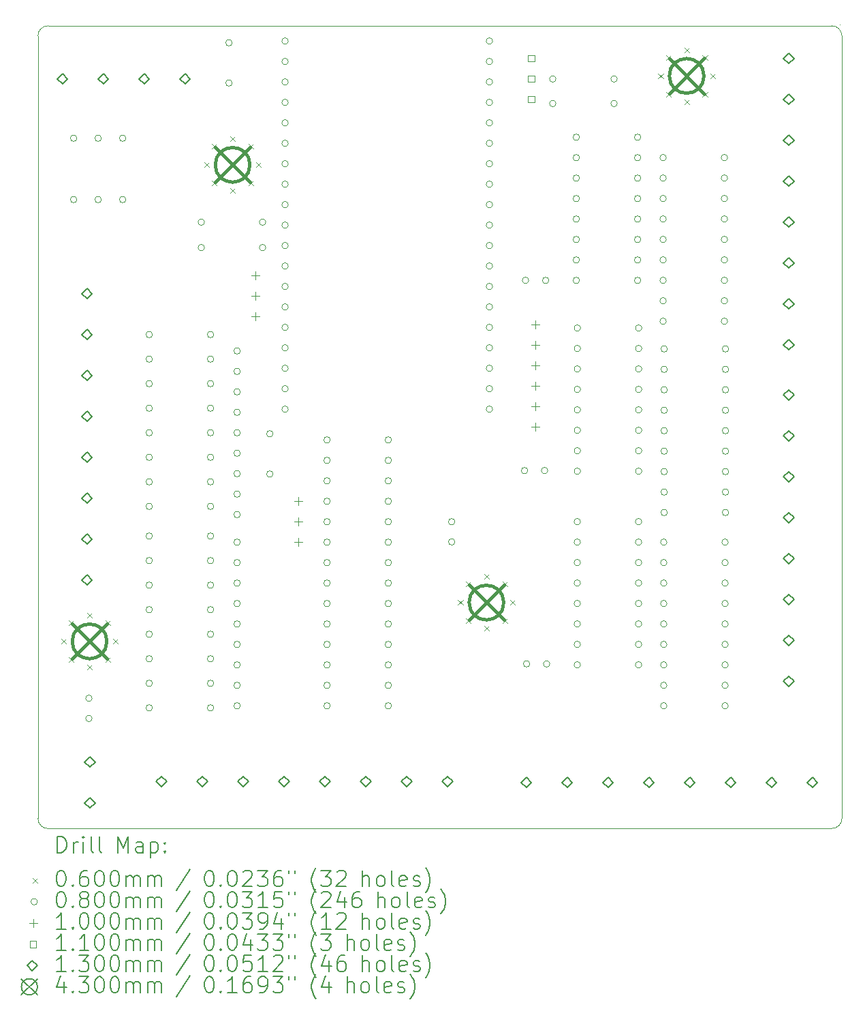
<source format=gbr>
%TF.GenerationSoftware,KiCad,Pcbnew,(7.0.0)*%
%TF.CreationDate,2023-05-27T01:43:59+02:00*%
%TF.ProjectId,workbench,776f726b-6265-46e6-9368-2e6b69636164,rev?*%
%TF.SameCoordinates,Original*%
%TF.FileFunction,Drillmap*%
%TF.FilePolarity,Positive*%
%FSLAX45Y45*%
G04 Gerber Fmt 4.5, Leading zero omitted, Abs format (unit mm)*
G04 Created by KiCad (PCBNEW (7.0.0)) date 2023-05-27 01:43:59*
%MOMM*%
%LPD*%
G01*
G04 APERTURE LIST*
%ADD10C,0.100000*%
%ADD11C,0.200000*%
%ADD12C,0.060000*%
%ADD13C,0.080000*%
%ADD14C,0.110000*%
%ADD15C,0.130000*%
%ADD16C,0.430000*%
G04 APERTURE END LIST*
D10*
X9563100Y-4508500D02*
G75*
G03*
X9436100Y-4635500I0J-127000D01*
G01*
X9436100Y-14351000D02*
G75*
G03*
X9563100Y-14478000I127000J0D01*
G01*
X19304000Y-14478000D02*
G75*
G03*
X19431000Y-14351000I0J127000D01*
G01*
X19431000Y-4635500D02*
G75*
G03*
X19304000Y-4508500I-127000J0D01*
G01*
X9436100Y-4635500D02*
X9436100Y-14351000D01*
X19431000Y-14351000D02*
X19431000Y-4635500D01*
X9563100Y-14478000D02*
X19304000Y-14478000D01*
X19405600Y-4495800D02*
X19405600Y-4495800D01*
X9563100Y-4508500D02*
X19304000Y-4508500D01*
D11*
D12*
X9726300Y-12123900D02*
X9786300Y-12183900D01*
X9786300Y-12123900D02*
X9726300Y-12183900D01*
X9820758Y-11895858D02*
X9880758Y-11955858D01*
X9880758Y-11895858D02*
X9820758Y-11955858D01*
X9820758Y-12351942D02*
X9880758Y-12411942D01*
X9880758Y-12351942D02*
X9820758Y-12411942D01*
X10048800Y-11801400D02*
X10108800Y-11861400D01*
X10108800Y-11801400D02*
X10048800Y-11861400D01*
X10048800Y-12446400D02*
X10108800Y-12506400D01*
X10108800Y-12446400D02*
X10048800Y-12506400D01*
X10276842Y-11895858D02*
X10336842Y-11955858D01*
X10336842Y-11895858D02*
X10276842Y-11955858D01*
X10276842Y-12351942D02*
X10336842Y-12411942D01*
X10336842Y-12351942D02*
X10276842Y-12411942D01*
X10371300Y-12123900D02*
X10431300Y-12183900D01*
X10431300Y-12123900D02*
X10371300Y-12183900D01*
X11504300Y-6205700D02*
X11564300Y-6265700D01*
X11564300Y-6205700D02*
X11504300Y-6265700D01*
X11598758Y-5977658D02*
X11658758Y-6037658D01*
X11658758Y-5977658D02*
X11598758Y-6037658D01*
X11598758Y-6433742D02*
X11658758Y-6493742D01*
X11658758Y-6433742D02*
X11598758Y-6493742D01*
X11826800Y-5883200D02*
X11886800Y-5943200D01*
X11886800Y-5883200D02*
X11826800Y-5943200D01*
X11826800Y-6528200D02*
X11886800Y-6588200D01*
X11886800Y-6528200D02*
X11826800Y-6588200D01*
X12054842Y-5977658D02*
X12114842Y-6037658D01*
X12114842Y-5977658D02*
X12054842Y-6037658D01*
X12054842Y-6433742D02*
X12114842Y-6493742D01*
X12114842Y-6433742D02*
X12054842Y-6493742D01*
X12149300Y-6205700D02*
X12209300Y-6265700D01*
X12209300Y-6205700D02*
X12149300Y-6265700D01*
X14659460Y-11641860D02*
X14719460Y-11701860D01*
X14719460Y-11641860D02*
X14659460Y-11701860D01*
X14753918Y-11413818D02*
X14813918Y-11473818D01*
X14813918Y-11413818D02*
X14753918Y-11473818D01*
X14753918Y-11869902D02*
X14813918Y-11929902D01*
X14813918Y-11869902D02*
X14753918Y-11929902D01*
X14981960Y-11319360D02*
X15041960Y-11379360D01*
X15041960Y-11319360D02*
X14981960Y-11379360D01*
X14981960Y-11964360D02*
X15041960Y-12024360D01*
X15041960Y-11964360D02*
X14981960Y-12024360D01*
X15210002Y-11413818D02*
X15270002Y-11473818D01*
X15270002Y-11413818D02*
X15210002Y-11473818D01*
X15210002Y-11869902D02*
X15270002Y-11929902D01*
X15270002Y-11869902D02*
X15210002Y-11929902D01*
X15304460Y-11641860D02*
X15364460Y-11701860D01*
X15364460Y-11641860D02*
X15304460Y-11701860D01*
X17148100Y-5100800D02*
X17208100Y-5160800D01*
X17208100Y-5100800D02*
X17148100Y-5160800D01*
X17242558Y-4872758D02*
X17302558Y-4932758D01*
X17302558Y-4872758D02*
X17242558Y-4932758D01*
X17242558Y-5328842D02*
X17302558Y-5388842D01*
X17302558Y-5328842D02*
X17242558Y-5388842D01*
X17470600Y-4778300D02*
X17530600Y-4838300D01*
X17530600Y-4778300D02*
X17470600Y-4838300D01*
X17470600Y-5423300D02*
X17530600Y-5483300D01*
X17530600Y-5423300D02*
X17470600Y-5483300D01*
X17698642Y-4872758D02*
X17758642Y-4932758D01*
X17758642Y-4872758D02*
X17698642Y-4932758D01*
X17698642Y-5328842D02*
X17758642Y-5388842D01*
X17758642Y-5328842D02*
X17698642Y-5388842D01*
X17793100Y-5100800D02*
X17853100Y-5160800D01*
X17853100Y-5100800D02*
X17793100Y-5160800D01*
D13*
X9920600Y-5905500D02*
G75*
G03*
X9920600Y-5905500I-40000J0D01*
G01*
X9920600Y-6667500D02*
G75*
G03*
X9920600Y-6667500I-40000J0D01*
G01*
X10111100Y-12860340D02*
G75*
G03*
X10111100Y-12860340I-40000J0D01*
G01*
X10111100Y-13110340D02*
G75*
G03*
X10111100Y-13110340I-40000J0D01*
G01*
X10225400Y-5905500D02*
G75*
G03*
X10225400Y-5905500I-40000J0D01*
G01*
X10225400Y-6667500D02*
G75*
G03*
X10225400Y-6667500I-40000J0D01*
G01*
X10530200Y-5905500D02*
G75*
G03*
X10530200Y-5905500I-40000J0D01*
G01*
X10530200Y-6667500D02*
G75*
G03*
X10530200Y-6667500I-40000J0D01*
G01*
X10860400Y-8343900D02*
G75*
G03*
X10860400Y-8343900I-40000J0D01*
G01*
X10860400Y-8648700D02*
G75*
G03*
X10860400Y-8648700I-40000J0D01*
G01*
X10860400Y-8953500D02*
G75*
G03*
X10860400Y-8953500I-40000J0D01*
G01*
X10860400Y-9258300D02*
G75*
G03*
X10860400Y-9258300I-40000J0D01*
G01*
X10860400Y-9563100D02*
G75*
G03*
X10860400Y-9563100I-40000J0D01*
G01*
X10860400Y-9867900D02*
G75*
G03*
X10860400Y-9867900I-40000J0D01*
G01*
X10860400Y-10172700D02*
G75*
G03*
X10860400Y-10172700I-40000J0D01*
G01*
X10860400Y-10477500D02*
G75*
G03*
X10860400Y-10477500I-40000J0D01*
G01*
X10860400Y-10845800D02*
G75*
G03*
X10860400Y-10845800I-40000J0D01*
G01*
X10860400Y-11150600D02*
G75*
G03*
X10860400Y-11150600I-40000J0D01*
G01*
X10860400Y-11455400D02*
G75*
G03*
X10860400Y-11455400I-40000J0D01*
G01*
X10860400Y-11760200D02*
G75*
G03*
X10860400Y-11760200I-40000J0D01*
G01*
X10860400Y-12065000D02*
G75*
G03*
X10860400Y-12065000I-40000J0D01*
G01*
X10860400Y-12369800D02*
G75*
G03*
X10860400Y-12369800I-40000J0D01*
G01*
X10860400Y-12674600D02*
G75*
G03*
X10860400Y-12674600I-40000J0D01*
G01*
X10860400Y-12979400D02*
G75*
G03*
X10860400Y-12979400I-40000J0D01*
G01*
X11508100Y-6946900D02*
G75*
G03*
X11508100Y-6946900I-40000J0D01*
G01*
X11508100Y-7264400D02*
G75*
G03*
X11508100Y-7264400I-40000J0D01*
G01*
X11622400Y-8343900D02*
G75*
G03*
X11622400Y-8343900I-40000J0D01*
G01*
X11622400Y-8648700D02*
G75*
G03*
X11622400Y-8648700I-40000J0D01*
G01*
X11622400Y-8953500D02*
G75*
G03*
X11622400Y-8953500I-40000J0D01*
G01*
X11622400Y-9258300D02*
G75*
G03*
X11622400Y-9258300I-40000J0D01*
G01*
X11622400Y-9563100D02*
G75*
G03*
X11622400Y-9563100I-40000J0D01*
G01*
X11622400Y-9867900D02*
G75*
G03*
X11622400Y-9867900I-40000J0D01*
G01*
X11622400Y-10172700D02*
G75*
G03*
X11622400Y-10172700I-40000J0D01*
G01*
X11622400Y-10477500D02*
G75*
G03*
X11622400Y-10477500I-40000J0D01*
G01*
X11622400Y-10845800D02*
G75*
G03*
X11622400Y-10845800I-40000J0D01*
G01*
X11622400Y-11150600D02*
G75*
G03*
X11622400Y-11150600I-40000J0D01*
G01*
X11622400Y-11455400D02*
G75*
G03*
X11622400Y-11455400I-40000J0D01*
G01*
X11622400Y-11760200D02*
G75*
G03*
X11622400Y-11760200I-40000J0D01*
G01*
X11622400Y-12065000D02*
G75*
G03*
X11622400Y-12065000I-40000J0D01*
G01*
X11622400Y-12369800D02*
G75*
G03*
X11622400Y-12369800I-40000J0D01*
G01*
X11622400Y-12674600D02*
G75*
G03*
X11622400Y-12674600I-40000J0D01*
G01*
X11622400Y-12979400D02*
G75*
G03*
X11622400Y-12979400I-40000J0D01*
G01*
X11851000Y-4719700D02*
G75*
G03*
X11851000Y-4719700I-40000J0D01*
G01*
X11851000Y-5219700D02*
G75*
G03*
X11851000Y-5219700I-40000J0D01*
G01*
X11952600Y-8547100D02*
G75*
G03*
X11952600Y-8547100I-40000J0D01*
G01*
X11952600Y-8801100D02*
G75*
G03*
X11952600Y-8801100I-40000J0D01*
G01*
X11952600Y-9055100D02*
G75*
G03*
X11952600Y-9055100I-40000J0D01*
G01*
X11952600Y-9309100D02*
G75*
G03*
X11952600Y-9309100I-40000J0D01*
G01*
X11952600Y-9563100D02*
G75*
G03*
X11952600Y-9563100I-40000J0D01*
G01*
X11952600Y-9817100D02*
G75*
G03*
X11952600Y-9817100I-40000J0D01*
G01*
X11952600Y-10071100D02*
G75*
G03*
X11952600Y-10071100I-40000J0D01*
G01*
X11952600Y-10325100D02*
G75*
G03*
X11952600Y-10325100I-40000J0D01*
G01*
X11952600Y-10579100D02*
G75*
G03*
X11952600Y-10579100I-40000J0D01*
G01*
X11952600Y-10922000D02*
G75*
G03*
X11952600Y-10922000I-40000J0D01*
G01*
X11952600Y-11176000D02*
G75*
G03*
X11952600Y-11176000I-40000J0D01*
G01*
X11952600Y-11430000D02*
G75*
G03*
X11952600Y-11430000I-40000J0D01*
G01*
X11952600Y-11684000D02*
G75*
G03*
X11952600Y-11684000I-40000J0D01*
G01*
X11952600Y-11938000D02*
G75*
G03*
X11952600Y-11938000I-40000J0D01*
G01*
X11952600Y-12192000D02*
G75*
G03*
X11952600Y-12192000I-40000J0D01*
G01*
X11952600Y-12446000D02*
G75*
G03*
X11952600Y-12446000I-40000J0D01*
G01*
X11952600Y-12700000D02*
G75*
G03*
X11952600Y-12700000I-40000J0D01*
G01*
X11952600Y-12954000D02*
G75*
G03*
X11952600Y-12954000I-40000J0D01*
G01*
X12270100Y-6946900D02*
G75*
G03*
X12270100Y-6946900I-40000J0D01*
G01*
X12270100Y-7264400D02*
G75*
G03*
X12270100Y-7264400I-40000J0D01*
G01*
X12359000Y-9575800D02*
G75*
G03*
X12359000Y-9575800I-40000J0D01*
G01*
X12359000Y-10075800D02*
G75*
G03*
X12359000Y-10075800I-40000J0D01*
G01*
X12549500Y-4699000D02*
G75*
G03*
X12549500Y-4699000I-40000J0D01*
G01*
X12549500Y-4953000D02*
G75*
G03*
X12549500Y-4953000I-40000J0D01*
G01*
X12549500Y-5207000D02*
G75*
G03*
X12549500Y-5207000I-40000J0D01*
G01*
X12549500Y-5461000D02*
G75*
G03*
X12549500Y-5461000I-40000J0D01*
G01*
X12549500Y-5715000D02*
G75*
G03*
X12549500Y-5715000I-40000J0D01*
G01*
X12549500Y-5969000D02*
G75*
G03*
X12549500Y-5969000I-40000J0D01*
G01*
X12549500Y-6223000D02*
G75*
G03*
X12549500Y-6223000I-40000J0D01*
G01*
X12549500Y-6477000D02*
G75*
G03*
X12549500Y-6477000I-40000J0D01*
G01*
X12549500Y-6731000D02*
G75*
G03*
X12549500Y-6731000I-40000J0D01*
G01*
X12549500Y-6985000D02*
G75*
G03*
X12549500Y-6985000I-40000J0D01*
G01*
X12549500Y-7239000D02*
G75*
G03*
X12549500Y-7239000I-40000J0D01*
G01*
X12549500Y-7493000D02*
G75*
G03*
X12549500Y-7493000I-40000J0D01*
G01*
X12549500Y-7747000D02*
G75*
G03*
X12549500Y-7747000I-40000J0D01*
G01*
X12549500Y-8001000D02*
G75*
G03*
X12549500Y-8001000I-40000J0D01*
G01*
X12549500Y-8255000D02*
G75*
G03*
X12549500Y-8255000I-40000J0D01*
G01*
X12549500Y-8509000D02*
G75*
G03*
X12549500Y-8509000I-40000J0D01*
G01*
X12549500Y-8763000D02*
G75*
G03*
X12549500Y-8763000I-40000J0D01*
G01*
X12549500Y-9017000D02*
G75*
G03*
X12549500Y-9017000I-40000J0D01*
G01*
X12549500Y-9271000D02*
G75*
G03*
X12549500Y-9271000I-40000J0D01*
G01*
X13070200Y-9652000D02*
G75*
G03*
X13070200Y-9652000I-40000J0D01*
G01*
X13070200Y-9906000D02*
G75*
G03*
X13070200Y-9906000I-40000J0D01*
G01*
X13070200Y-10160000D02*
G75*
G03*
X13070200Y-10160000I-40000J0D01*
G01*
X13070200Y-10414000D02*
G75*
G03*
X13070200Y-10414000I-40000J0D01*
G01*
X13070200Y-10668000D02*
G75*
G03*
X13070200Y-10668000I-40000J0D01*
G01*
X13070200Y-10922000D02*
G75*
G03*
X13070200Y-10922000I-40000J0D01*
G01*
X13070200Y-11176000D02*
G75*
G03*
X13070200Y-11176000I-40000J0D01*
G01*
X13070200Y-11430000D02*
G75*
G03*
X13070200Y-11430000I-40000J0D01*
G01*
X13070200Y-11684000D02*
G75*
G03*
X13070200Y-11684000I-40000J0D01*
G01*
X13070200Y-11938000D02*
G75*
G03*
X13070200Y-11938000I-40000J0D01*
G01*
X13070200Y-12192000D02*
G75*
G03*
X13070200Y-12192000I-40000J0D01*
G01*
X13070200Y-12446000D02*
G75*
G03*
X13070200Y-12446000I-40000J0D01*
G01*
X13070200Y-12700000D02*
G75*
G03*
X13070200Y-12700000I-40000J0D01*
G01*
X13070200Y-12954000D02*
G75*
G03*
X13070200Y-12954000I-40000J0D01*
G01*
X13832200Y-9652000D02*
G75*
G03*
X13832200Y-9652000I-40000J0D01*
G01*
X13832200Y-9906000D02*
G75*
G03*
X13832200Y-9906000I-40000J0D01*
G01*
X13832200Y-10160000D02*
G75*
G03*
X13832200Y-10160000I-40000J0D01*
G01*
X13832200Y-10414000D02*
G75*
G03*
X13832200Y-10414000I-40000J0D01*
G01*
X13832200Y-10668000D02*
G75*
G03*
X13832200Y-10668000I-40000J0D01*
G01*
X13832200Y-10922000D02*
G75*
G03*
X13832200Y-10922000I-40000J0D01*
G01*
X13832200Y-11176000D02*
G75*
G03*
X13832200Y-11176000I-40000J0D01*
G01*
X13832200Y-11430000D02*
G75*
G03*
X13832200Y-11430000I-40000J0D01*
G01*
X13832200Y-11684000D02*
G75*
G03*
X13832200Y-11684000I-40000J0D01*
G01*
X13832200Y-11938000D02*
G75*
G03*
X13832200Y-11938000I-40000J0D01*
G01*
X13832200Y-12192000D02*
G75*
G03*
X13832200Y-12192000I-40000J0D01*
G01*
X13832200Y-12446000D02*
G75*
G03*
X13832200Y-12446000I-40000J0D01*
G01*
X13832200Y-12700000D02*
G75*
G03*
X13832200Y-12700000I-40000J0D01*
G01*
X13832200Y-12954000D02*
G75*
G03*
X13832200Y-12954000I-40000J0D01*
G01*
X14619600Y-10668000D02*
G75*
G03*
X14619600Y-10668000I-40000J0D01*
G01*
X14619600Y-10918000D02*
G75*
G03*
X14619600Y-10918000I-40000J0D01*
G01*
X15089132Y-9016728D02*
G75*
G03*
X15089132Y-9016728I-40000J0D01*
G01*
X15089132Y-9270728D02*
G75*
G03*
X15089132Y-9270728I-40000J0D01*
G01*
X15089500Y-4699000D02*
G75*
G03*
X15089500Y-4699000I-40000J0D01*
G01*
X15089500Y-4953000D02*
G75*
G03*
X15089500Y-4953000I-40000J0D01*
G01*
X15089500Y-5207000D02*
G75*
G03*
X15089500Y-5207000I-40000J0D01*
G01*
X15089500Y-5461000D02*
G75*
G03*
X15089500Y-5461000I-40000J0D01*
G01*
X15089500Y-5715000D02*
G75*
G03*
X15089500Y-5715000I-40000J0D01*
G01*
X15089500Y-5969000D02*
G75*
G03*
X15089500Y-5969000I-40000J0D01*
G01*
X15089500Y-6223000D02*
G75*
G03*
X15089500Y-6223000I-40000J0D01*
G01*
X15089500Y-6477000D02*
G75*
G03*
X15089500Y-6477000I-40000J0D01*
G01*
X15089500Y-6731000D02*
G75*
G03*
X15089500Y-6731000I-40000J0D01*
G01*
X15089500Y-6985000D02*
G75*
G03*
X15089500Y-6985000I-40000J0D01*
G01*
X15089500Y-7239000D02*
G75*
G03*
X15089500Y-7239000I-40000J0D01*
G01*
X15089500Y-7493000D02*
G75*
G03*
X15089500Y-7493000I-40000J0D01*
G01*
X15089500Y-7747000D02*
G75*
G03*
X15089500Y-7747000I-40000J0D01*
G01*
X15089500Y-8001000D02*
G75*
G03*
X15089500Y-8001000I-40000J0D01*
G01*
X15089500Y-8255000D02*
G75*
G03*
X15089500Y-8255000I-40000J0D01*
G01*
X15089500Y-8509000D02*
G75*
G03*
X15089500Y-8509000I-40000J0D01*
G01*
X15089500Y-8763000D02*
G75*
G03*
X15089500Y-8763000I-40000J0D01*
G01*
X15525300Y-10033000D02*
G75*
G03*
X15525300Y-10033000I-40000J0D01*
G01*
X15538000Y-7670800D02*
G75*
G03*
X15538000Y-7670800I-40000J0D01*
G01*
X15550700Y-12433300D02*
G75*
G03*
X15550700Y-12433300I-40000J0D01*
G01*
X15775300Y-10033000D02*
G75*
G03*
X15775300Y-10033000I-40000J0D01*
G01*
X15788000Y-7670800D02*
G75*
G03*
X15788000Y-7670800I-40000J0D01*
G01*
X15800700Y-12433300D02*
G75*
G03*
X15800700Y-12433300I-40000J0D01*
G01*
X15876900Y-5168900D02*
G75*
G03*
X15876900Y-5168900I-40000J0D01*
G01*
X15876900Y-5473700D02*
G75*
G03*
X15876900Y-5473700I-40000J0D01*
G01*
X16169000Y-5892800D02*
G75*
G03*
X16169000Y-5892800I-40000J0D01*
G01*
X16169000Y-6146800D02*
G75*
G03*
X16169000Y-6146800I-40000J0D01*
G01*
X16169000Y-6400800D02*
G75*
G03*
X16169000Y-6400800I-40000J0D01*
G01*
X16169000Y-6654800D02*
G75*
G03*
X16169000Y-6654800I-40000J0D01*
G01*
X16169000Y-6908800D02*
G75*
G03*
X16169000Y-6908800I-40000J0D01*
G01*
X16169000Y-7162800D02*
G75*
G03*
X16169000Y-7162800I-40000J0D01*
G01*
X16169000Y-7416800D02*
G75*
G03*
X16169000Y-7416800I-40000J0D01*
G01*
X16169000Y-7670800D02*
G75*
G03*
X16169000Y-7670800I-40000J0D01*
G01*
X16181700Y-8261400D02*
G75*
G03*
X16181700Y-8261400I-40000J0D01*
G01*
X16181700Y-8515400D02*
G75*
G03*
X16181700Y-8515400I-40000J0D01*
G01*
X16181700Y-8769400D02*
G75*
G03*
X16181700Y-8769400I-40000J0D01*
G01*
X16181700Y-9023400D02*
G75*
G03*
X16181700Y-9023400I-40000J0D01*
G01*
X16181700Y-9277400D02*
G75*
G03*
X16181700Y-9277400I-40000J0D01*
G01*
X16181700Y-9531400D02*
G75*
G03*
X16181700Y-9531400I-40000J0D01*
G01*
X16181700Y-9785400D02*
G75*
G03*
X16181700Y-9785400I-40000J0D01*
G01*
X16181700Y-10039400D02*
G75*
G03*
X16181700Y-10039400I-40000J0D01*
G01*
X16181700Y-10668000D02*
G75*
G03*
X16181700Y-10668000I-40000J0D01*
G01*
X16181700Y-10922000D02*
G75*
G03*
X16181700Y-10922000I-40000J0D01*
G01*
X16181700Y-11176000D02*
G75*
G03*
X16181700Y-11176000I-40000J0D01*
G01*
X16181700Y-11430000D02*
G75*
G03*
X16181700Y-11430000I-40000J0D01*
G01*
X16181700Y-11684000D02*
G75*
G03*
X16181700Y-11684000I-40000J0D01*
G01*
X16181700Y-11938000D02*
G75*
G03*
X16181700Y-11938000I-40000J0D01*
G01*
X16181700Y-12192000D02*
G75*
G03*
X16181700Y-12192000I-40000J0D01*
G01*
X16181700Y-12446000D02*
G75*
G03*
X16181700Y-12446000I-40000J0D01*
G01*
X16638900Y-5168900D02*
G75*
G03*
X16638900Y-5168900I-40000J0D01*
G01*
X16638900Y-5473700D02*
G75*
G03*
X16638900Y-5473700I-40000J0D01*
G01*
X16931000Y-5892800D02*
G75*
G03*
X16931000Y-5892800I-40000J0D01*
G01*
X16931000Y-6146800D02*
G75*
G03*
X16931000Y-6146800I-40000J0D01*
G01*
X16931000Y-6400800D02*
G75*
G03*
X16931000Y-6400800I-40000J0D01*
G01*
X16931000Y-6654800D02*
G75*
G03*
X16931000Y-6654800I-40000J0D01*
G01*
X16931000Y-6908800D02*
G75*
G03*
X16931000Y-6908800I-40000J0D01*
G01*
X16931000Y-7162800D02*
G75*
G03*
X16931000Y-7162800I-40000J0D01*
G01*
X16931000Y-7416800D02*
G75*
G03*
X16931000Y-7416800I-40000J0D01*
G01*
X16931000Y-7670800D02*
G75*
G03*
X16931000Y-7670800I-40000J0D01*
G01*
X16943700Y-8261400D02*
G75*
G03*
X16943700Y-8261400I-40000J0D01*
G01*
X16943700Y-8515400D02*
G75*
G03*
X16943700Y-8515400I-40000J0D01*
G01*
X16943700Y-8769400D02*
G75*
G03*
X16943700Y-8769400I-40000J0D01*
G01*
X16943700Y-9023400D02*
G75*
G03*
X16943700Y-9023400I-40000J0D01*
G01*
X16943700Y-9277400D02*
G75*
G03*
X16943700Y-9277400I-40000J0D01*
G01*
X16943700Y-9531400D02*
G75*
G03*
X16943700Y-9531400I-40000J0D01*
G01*
X16943700Y-9785400D02*
G75*
G03*
X16943700Y-9785400I-40000J0D01*
G01*
X16943700Y-10039400D02*
G75*
G03*
X16943700Y-10039400I-40000J0D01*
G01*
X16943700Y-10668000D02*
G75*
G03*
X16943700Y-10668000I-40000J0D01*
G01*
X16943700Y-10922000D02*
G75*
G03*
X16943700Y-10922000I-40000J0D01*
G01*
X16943700Y-11176000D02*
G75*
G03*
X16943700Y-11176000I-40000J0D01*
G01*
X16943700Y-11430000D02*
G75*
G03*
X16943700Y-11430000I-40000J0D01*
G01*
X16943700Y-11684000D02*
G75*
G03*
X16943700Y-11684000I-40000J0D01*
G01*
X16943700Y-11938000D02*
G75*
G03*
X16943700Y-11938000I-40000J0D01*
G01*
X16943700Y-12192000D02*
G75*
G03*
X16943700Y-12192000I-40000J0D01*
G01*
X16943700Y-12446000D02*
G75*
G03*
X16943700Y-12446000I-40000J0D01*
G01*
X17248500Y-6146800D02*
G75*
G03*
X17248500Y-6146800I-40000J0D01*
G01*
X17248500Y-6400800D02*
G75*
G03*
X17248500Y-6400800I-40000J0D01*
G01*
X17248500Y-6654800D02*
G75*
G03*
X17248500Y-6654800I-40000J0D01*
G01*
X17248500Y-6908800D02*
G75*
G03*
X17248500Y-6908800I-40000J0D01*
G01*
X17248500Y-7162800D02*
G75*
G03*
X17248500Y-7162800I-40000J0D01*
G01*
X17248500Y-7416800D02*
G75*
G03*
X17248500Y-7416800I-40000J0D01*
G01*
X17248500Y-7670800D02*
G75*
G03*
X17248500Y-7670800I-40000J0D01*
G01*
X17248500Y-7924800D02*
G75*
G03*
X17248500Y-7924800I-40000J0D01*
G01*
X17248500Y-8178800D02*
G75*
G03*
X17248500Y-8178800I-40000J0D01*
G01*
X17255900Y-10922000D02*
G75*
G03*
X17255900Y-10922000I-40000J0D01*
G01*
X17255900Y-11176000D02*
G75*
G03*
X17255900Y-11176000I-40000J0D01*
G01*
X17255900Y-11430000D02*
G75*
G03*
X17255900Y-11430000I-40000J0D01*
G01*
X17255900Y-11684000D02*
G75*
G03*
X17255900Y-11684000I-40000J0D01*
G01*
X17255900Y-11938000D02*
G75*
G03*
X17255900Y-11938000I-40000J0D01*
G01*
X17255900Y-12192000D02*
G75*
G03*
X17255900Y-12192000I-40000J0D01*
G01*
X17255900Y-12446000D02*
G75*
G03*
X17255900Y-12446000I-40000J0D01*
G01*
X17255900Y-12700000D02*
G75*
G03*
X17255900Y-12700000I-40000J0D01*
G01*
X17255900Y-12954000D02*
G75*
G03*
X17255900Y-12954000I-40000J0D01*
G01*
X17261200Y-8521700D02*
G75*
G03*
X17261200Y-8521700I-40000J0D01*
G01*
X17261200Y-8775700D02*
G75*
G03*
X17261200Y-8775700I-40000J0D01*
G01*
X17261200Y-9029700D02*
G75*
G03*
X17261200Y-9029700I-40000J0D01*
G01*
X17261200Y-9283700D02*
G75*
G03*
X17261200Y-9283700I-40000J0D01*
G01*
X17261200Y-9537700D02*
G75*
G03*
X17261200Y-9537700I-40000J0D01*
G01*
X17261200Y-9791700D02*
G75*
G03*
X17261200Y-9791700I-40000J0D01*
G01*
X17261200Y-10045700D02*
G75*
G03*
X17261200Y-10045700I-40000J0D01*
G01*
X17261200Y-10299700D02*
G75*
G03*
X17261200Y-10299700I-40000J0D01*
G01*
X17261200Y-10553700D02*
G75*
G03*
X17261200Y-10553700I-40000J0D01*
G01*
X18010500Y-6146800D02*
G75*
G03*
X18010500Y-6146800I-40000J0D01*
G01*
X18010500Y-6400800D02*
G75*
G03*
X18010500Y-6400800I-40000J0D01*
G01*
X18010500Y-6654800D02*
G75*
G03*
X18010500Y-6654800I-40000J0D01*
G01*
X18010500Y-6908800D02*
G75*
G03*
X18010500Y-6908800I-40000J0D01*
G01*
X18010500Y-7162800D02*
G75*
G03*
X18010500Y-7162800I-40000J0D01*
G01*
X18010500Y-7416800D02*
G75*
G03*
X18010500Y-7416800I-40000J0D01*
G01*
X18010500Y-7670800D02*
G75*
G03*
X18010500Y-7670800I-40000J0D01*
G01*
X18010500Y-7924800D02*
G75*
G03*
X18010500Y-7924800I-40000J0D01*
G01*
X18010500Y-8178800D02*
G75*
G03*
X18010500Y-8178800I-40000J0D01*
G01*
X18017900Y-10922000D02*
G75*
G03*
X18017900Y-10922000I-40000J0D01*
G01*
X18017900Y-11176000D02*
G75*
G03*
X18017900Y-11176000I-40000J0D01*
G01*
X18017900Y-11430000D02*
G75*
G03*
X18017900Y-11430000I-40000J0D01*
G01*
X18017900Y-11684000D02*
G75*
G03*
X18017900Y-11684000I-40000J0D01*
G01*
X18017900Y-11938000D02*
G75*
G03*
X18017900Y-11938000I-40000J0D01*
G01*
X18017900Y-12192000D02*
G75*
G03*
X18017900Y-12192000I-40000J0D01*
G01*
X18017900Y-12446000D02*
G75*
G03*
X18017900Y-12446000I-40000J0D01*
G01*
X18017900Y-12700000D02*
G75*
G03*
X18017900Y-12700000I-40000J0D01*
G01*
X18017900Y-12954000D02*
G75*
G03*
X18017900Y-12954000I-40000J0D01*
G01*
X18023200Y-8521700D02*
G75*
G03*
X18023200Y-8521700I-40000J0D01*
G01*
X18023200Y-8775700D02*
G75*
G03*
X18023200Y-8775700I-40000J0D01*
G01*
X18023200Y-9029700D02*
G75*
G03*
X18023200Y-9029700I-40000J0D01*
G01*
X18023200Y-9283700D02*
G75*
G03*
X18023200Y-9283700I-40000J0D01*
G01*
X18023200Y-9537700D02*
G75*
G03*
X18023200Y-9537700I-40000J0D01*
G01*
X18023200Y-9791700D02*
G75*
G03*
X18023200Y-9791700I-40000J0D01*
G01*
X18023200Y-10045700D02*
G75*
G03*
X18023200Y-10045700I-40000J0D01*
G01*
X18023200Y-10299700D02*
G75*
G03*
X18023200Y-10299700I-40000J0D01*
G01*
X18023200Y-10553700D02*
G75*
G03*
X18023200Y-10553700I-40000J0D01*
G01*
D10*
X12141200Y-7557300D02*
X12141200Y-7657300D01*
X12091200Y-7607300D02*
X12191200Y-7607300D01*
X12141200Y-7811300D02*
X12141200Y-7911300D01*
X12091200Y-7861300D02*
X12191200Y-7861300D01*
X12141200Y-8065300D02*
X12141200Y-8165300D01*
X12091200Y-8115300D02*
X12191200Y-8115300D01*
X12674600Y-10364000D02*
X12674600Y-10464000D01*
X12624600Y-10414000D02*
X12724600Y-10414000D01*
X12674600Y-10618000D02*
X12674600Y-10718000D01*
X12624600Y-10668000D02*
X12724600Y-10668000D01*
X12674600Y-10872000D02*
X12674600Y-10972000D01*
X12624600Y-10922000D02*
X12724600Y-10922000D01*
X15621000Y-8166900D02*
X15621000Y-8266900D01*
X15571000Y-8216900D02*
X15671000Y-8216900D01*
X15621000Y-8420900D02*
X15621000Y-8520900D01*
X15571000Y-8470900D02*
X15671000Y-8470900D01*
X15621000Y-8674900D02*
X15621000Y-8774900D01*
X15571000Y-8724900D02*
X15671000Y-8724900D01*
X15621000Y-8928900D02*
X15621000Y-9028900D01*
X15571000Y-8978900D02*
X15671000Y-8978900D01*
X15621000Y-9182900D02*
X15621000Y-9282900D01*
X15571000Y-9232900D02*
X15671000Y-9232900D01*
X15621000Y-9436900D02*
X15621000Y-9536900D01*
X15571000Y-9486900D02*
X15671000Y-9486900D01*
D14*
X15609091Y-4953791D02*
X15609091Y-4876009D01*
X15531309Y-4876009D01*
X15531309Y-4953791D01*
X15609091Y-4953791D01*
X15609091Y-5207791D02*
X15609091Y-5130009D01*
X15531309Y-5130009D01*
X15531309Y-5207791D01*
X15609091Y-5207791D01*
X15609091Y-5461791D02*
X15609091Y-5384009D01*
X15531309Y-5384009D01*
X15531309Y-5461791D01*
X15609091Y-5461791D01*
D15*
X9740900Y-5233900D02*
X9805900Y-5168900D01*
X9740900Y-5103900D01*
X9675900Y-5168900D01*
X9740900Y-5233900D01*
X10045700Y-7900900D02*
X10110700Y-7835900D01*
X10045700Y-7770900D01*
X9980700Y-7835900D01*
X10045700Y-7900900D01*
X10045700Y-8408900D02*
X10110700Y-8343900D01*
X10045700Y-8278900D01*
X9980700Y-8343900D01*
X10045700Y-8408900D01*
X10045700Y-8916900D02*
X10110700Y-8851900D01*
X10045700Y-8786900D01*
X9980700Y-8851900D01*
X10045700Y-8916900D01*
X10045700Y-9424900D02*
X10110700Y-9359900D01*
X10045700Y-9294900D01*
X9980700Y-9359900D01*
X10045700Y-9424900D01*
X10045700Y-9932900D02*
X10110700Y-9867900D01*
X10045700Y-9802900D01*
X9980700Y-9867900D01*
X10045700Y-9932900D01*
X10045700Y-10440900D02*
X10110700Y-10375900D01*
X10045700Y-10310900D01*
X9980700Y-10375900D01*
X10045700Y-10440900D01*
X10045700Y-10948900D02*
X10110700Y-10883900D01*
X10045700Y-10818900D01*
X9980700Y-10883900D01*
X10045700Y-10948900D01*
X10045700Y-11456900D02*
X10110700Y-11391900D01*
X10045700Y-11326900D01*
X9980700Y-11391900D01*
X10045700Y-11456900D01*
X10083800Y-13717500D02*
X10148800Y-13652500D01*
X10083800Y-13587500D01*
X10018800Y-13652500D01*
X10083800Y-13717500D01*
X10083800Y-14225500D02*
X10148800Y-14160500D01*
X10083800Y-14095500D01*
X10018800Y-14160500D01*
X10083800Y-14225500D01*
X10248900Y-5233900D02*
X10313900Y-5168900D01*
X10248900Y-5103900D01*
X10183900Y-5168900D01*
X10248900Y-5233900D01*
X10756900Y-5233900D02*
X10821900Y-5168900D01*
X10756900Y-5103900D01*
X10691900Y-5168900D01*
X10756900Y-5233900D01*
X10972800Y-13958800D02*
X11037800Y-13893800D01*
X10972800Y-13828800D01*
X10907800Y-13893800D01*
X10972800Y-13958800D01*
X11264900Y-5233900D02*
X11329900Y-5168900D01*
X11264900Y-5103900D01*
X11199900Y-5168900D01*
X11264900Y-5233900D01*
X11480800Y-13958800D02*
X11545800Y-13893800D01*
X11480800Y-13828800D01*
X11415800Y-13893800D01*
X11480800Y-13958800D01*
X11988800Y-13958800D02*
X12053800Y-13893800D01*
X11988800Y-13828800D01*
X11923800Y-13893800D01*
X11988800Y-13958800D01*
X12496800Y-13958800D02*
X12561800Y-13893800D01*
X12496800Y-13828800D01*
X12431800Y-13893800D01*
X12496800Y-13958800D01*
X13004800Y-13958800D02*
X13069800Y-13893800D01*
X13004800Y-13828800D01*
X12939800Y-13893800D01*
X13004800Y-13958800D01*
X13512800Y-13958800D02*
X13577800Y-13893800D01*
X13512800Y-13828800D01*
X13447800Y-13893800D01*
X13512800Y-13958800D01*
X14020800Y-13958800D02*
X14085800Y-13893800D01*
X14020800Y-13828800D01*
X13955800Y-13893800D01*
X14020800Y-13958800D01*
X14528800Y-13958800D02*
X14593800Y-13893800D01*
X14528800Y-13828800D01*
X14463800Y-13893800D01*
X14528800Y-13958800D01*
X15506700Y-13971500D02*
X15571700Y-13906500D01*
X15506700Y-13841500D01*
X15441700Y-13906500D01*
X15506700Y-13971500D01*
X16014700Y-13971500D02*
X16079700Y-13906500D01*
X16014700Y-13841500D01*
X15949700Y-13906500D01*
X16014700Y-13971500D01*
X16522700Y-13971500D02*
X16587700Y-13906500D01*
X16522700Y-13841500D01*
X16457700Y-13906500D01*
X16522700Y-13971500D01*
X17030700Y-13971500D02*
X17095700Y-13906500D01*
X17030700Y-13841500D01*
X16965700Y-13906500D01*
X17030700Y-13971500D01*
X17538700Y-13971500D02*
X17603700Y-13906500D01*
X17538700Y-13841500D01*
X17473700Y-13906500D01*
X17538700Y-13971500D01*
X18046700Y-13971500D02*
X18111700Y-13906500D01*
X18046700Y-13841500D01*
X17981700Y-13906500D01*
X18046700Y-13971500D01*
X18554700Y-13971500D02*
X18619700Y-13906500D01*
X18554700Y-13841500D01*
X18489700Y-13906500D01*
X18554700Y-13971500D01*
X18770600Y-4979900D02*
X18835600Y-4914900D01*
X18770600Y-4849900D01*
X18705600Y-4914900D01*
X18770600Y-4979900D01*
X18770600Y-5487900D02*
X18835600Y-5422900D01*
X18770600Y-5357900D01*
X18705600Y-5422900D01*
X18770600Y-5487900D01*
X18770600Y-5995900D02*
X18835600Y-5930900D01*
X18770600Y-5865900D01*
X18705600Y-5930900D01*
X18770600Y-5995900D01*
X18770600Y-6503900D02*
X18835600Y-6438900D01*
X18770600Y-6373900D01*
X18705600Y-6438900D01*
X18770600Y-6503900D01*
X18770600Y-7011900D02*
X18835600Y-6946900D01*
X18770600Y-6881900D01*
X18705600Y-6946900D01*
X18770600Y-7011900D01*
X18770600Y-7519900D02*
X18835600Y-7454900D01*
X18770600Y-7389900D01*
X18705600Y-7454900D01*
X18770600Y-7519900D01*
X18770600Y-8027900D02*
X18835600Y-7962900D01*
X18770600Y-7897900D01*
X18705600Y-7962900D01*
X18770600Y-8027900D01*
X18770600Y-8535900D02*
X18835600Y-8470900D01*
X18770600Y-8405900D01*
X18705600Y-8470900D01*
X18770600Y-8535900D01*
X18770600Y-9158200D02*
X18835600Y-9093200D01*
X18770600Y-9028200D01*
X18705600Y-9093200D01*
X18770600Y-9158200D01*
X18770600Y-9666200D02*
X18835600Y-9601200D01*
X18770600Y-9536200D01*
X18705600Y-9601200D01*
X18770600Y-9666200D01*
X18770600Y-10174200D02*
X18835600Y-10109200D01*
X18770600Y-10044200D01*
X18705600Y-10109200D01*
X18770600Y-10174200D01*
X18770600Y-10682200D02*
X18835600Y-10617200D01*
X18770600Y-10552200D01*
X18705600Y-10617200D01*
X18770600Y-10682200D01*
X18770600Y-11190200D02*
X18835600Y-11125200D01*
X18770600Y-11060200D01*
X18705600Y-11125200D01*
X18770600Y-11190200D01*
X18770600Y-11698200D02*
X18835600Y-11633200D01*
X18770600Y-11568200D01*
X18705600Y-11633200D01*
X18770600Y-11698200D01*
X18770600Y-12206200D02*
X18835600Y-12141200D01*
X18770600Y-12076200D01*
X18705600Y-12141200D01*
X18770600Y-12206200D01*
X18770600Y-12714200D02*
X18835600Y-12649200D01*
X18770600Y-12584200D01*
X18705600Y-12649200D01*
X18770600Y-12714200D01*
X19062700Y-13971500D02*
X19127700Y-13906500D01*
X19062700Y-13841500D01*
X18997700Y-13906500D01*
X19062700Y-13971500D01*
D16*
X9863800Y-11938900D02*
X10293800Y-12368900D01*
X10293800Y-11938900D02*
X9863800Y-12368900D01*
X10293800Y-12153900D02*
G75*
G03*
X10293800Y-12153900I-215000J0D01*
G01*
X11641800Y-6020700D02*
X12071800Y-6450700D01*
X12071800Y-6020700D02*
X11641800Y-6450700D01*
X12071800Y-6235700D02*
G75*
G03*
X12071800Y-6235700I-215000J0D01*
G01*
X14796960Y-11456860D02*
X15226960Y-11886860D01*
X15226960Y-11456860D02*
X14796960Y-11886860D01*
X15226960Y-11671860D02*
G75*
G03*
X15226960Y-11671860I-215000J0D01*
G01*
X17285600Y-4915800D02*
X17715600Y-5345800D01*
X17715600Y-4915800D02*
X17285600Y-5345800D01*
X17715600Y-5130800D02*
G75*
G03*
X17715600Y-5130800I-215000J0D01*
G01*
D11*
X9678719Y-14776476D02*
X9678719Y-14576476D01*
X9678719Y-14576476D02*
X9726338Y-14576476D01*
X9726338Y-14576476D02*
X9754910Y-14586000D01*
X9754910Y-14586000D02*
X9773957Y-14605048D01*
X9773957Y-14605048D02*
X9783481Y-14624095D01*
X9783481Y-14624095D02*
X9793005Y-14662190D01*
X9793005Y-14662190D02*
X9793005Y-14690762D01*
X9793005Y-14690762D02*
X9783481Y-14728857D01*
X9783481Y-14728857D02*
X9773957Y-14747905D01*
X9773957Y-14747905D02*
X9754910Y-14766952D01*
X9754910Y-14766952D02*
X9726338Y-14776476D01*
X9726338Y-14776476D02*
X9678719Y-14776476D01*
X9878719Y-14776476D02*
X9878719Y-14643143D01*
X9878719Y-14681238D02*
X9888243Y-14662190D01*
X9888243Y-14662190D02*
X9897767Y-14652667D01*
X9897767Y-14652667D02*
X9916814Y-14643143D01*
X9916814Y-14643143D02*
X9935862Y-14643143D01*
X10002529Y-14776476D02*
X10002529Y-14643143D01*
X10002529Y-14576476D02*
X9993005Y-14586000D01*
X9993005Y-14586000D02*
X10002529Y-14595524D01*
X10002529Y-14595524D02*
X10012052Y-14586000D01*
X10012052Y-14586000D02*
X10002529Y-14576476D01*
X10002529Y-14576476D02*
X10002529Y-14595524D01*
X10126338Y-14776476D02*
X10107290Y-14766952D01*
X10107290Y-14766952D02*
X10097767Y-14747905D01*
X10097767Y-14747905D02*
X10097767Y-14576476D01*
X10231100Y-14776476D02*
X10212052Y-14766952D01*
X10212052Y-14766952D02*
X10202529Y-14747905D01*
X10202529Y-14747905D02*
X10202529Y-14576476D01*
X10427290Y-14776476D02*
X10427290Y-14576476D01*
X10427290Y-14576476D02*
X10493957Y-14719333D01*
X10493957Y-14719333D02*
X10560624Y-14576476D01*
X10560624Y-14576476D02*
X10560624Y-14776476D01*
X10741576Y-14776476D02*
X10741576Y-14671714D01*
X10741576Y-14671714D02*
X10732052Y-14652667D01*
X10732052Y-14652667D02*
X10713005Y-14643143D01*
X10713005Y-14643143D02*
X10674909Y-14643143D01*
X10674909Y-14643143D02*
X10655862Y-14652667D01*
X10741576Y-14766952D02*
X10722529Y-14776476D01*
X10722529Y-14776476D02*
X10674909Y-14776476D01*
X10674909Y-14776476D02*
X10655862Y-14766952D01*
X10655862Y-14766952D02*
X10646338Y-14747905D01*
X10646338Y-14747905D02*
X10646338Y-14728857D01*
X10646338Y-14728857D02*
X10655862Y-14709809D01*
X10655862Y-14709809D02*
X10674909Y-14700286D01*
X10674909Y-14700286D02*
X10722529Y-14700286D01*
X10722529Y-14700286D02*
X10741576Y-14690762D01*
X10836814Y-14643143D02*
X10836814Y-14843143D01*
X10836814Y-14652667D02*
X10855862Y-14643143D01*
X10855862Y-14643143D02*
X10893957Y-14643143D01*
X10893957Y-14643143D02*
X10913005Y-14652667D01*
X10913005Y-14652667D02*
X10922529Y-14662190D01*
X10922529Y-14662190D02*
X10932052Y-14681238D01*
X10932052Y-14681238D02*
X10932052Y-14738381D01*
X10932052Y-14738381D02*
X10922529Y-14757428D01*
X10922529Y-14757428D02*
X10913005Y-14766952D01*
X10913005Y-14766952D02*
X10893957Y-14776476D01*
X10893957Y-14776476D02*
X10855862Y-14776476D01*
X10855862Y-14776476D02*
X10836814Y-14766952D01*
X11017767Y-14757428D02*
X11027290Y-14766952D01*
X11027290Y-14766952D02*
X11017767Y-14776476D01*
X11017767Y-14776476D02*
X11008243Y-14766952D01*
X11008243Y-14766952D02*
X11017767Y-14757428D01*
X11017767Y-14757428D02*
X11017767Y-14776476D01*
X11017767Y-14652667D02*
X11027290Y-14662190D01*
X11027290Y-14662190D02*
X11017767Y-14671714D01*
X11017767Y-14671714D02*
X11008243Y-14662190D01*
X11008243Y-14662190D02*
X11017767Y-14652667D01*
X11017767Y-14652667D02*
X11017767Y-14671714D01*
D12*
X9371100Y-15093000D02*
X9431100Y-15153000D01*
X9431100Y-15093000D02*
X9371100Y-15153000D01*
D11*
X9716814Y-14996476D02*
X9735862Y-14996476D01*
X9735862Y-14996476D02*
X9754910Y-15006000D01*
X9754910Y-15006000D02*
X9764433Y-15015524D01*
X9764433Y-15015524D02*
X9773957Y-15034571D01*
X9773957Y-15034571D02*
X9783481Y-15072667D01*
X9783481Y-15072667D02*
X9783481Y-15120286D01*
X9783481Y-15120286D02*
X9773957Y-15158381D01*
X9773957Y-15158381D02*
X9764433Y-15177428D01*
X9764433Y-15177428D02*
X9754910Y-15186952D01*
X9754910Y-15186952D02*
X9735862Y-15196476D01*
X9735862Y-15196476D02*
X9716814Y-15196476D01*
X9716814Y-15196476D02*
X9697767Y-15186952D01*
X9697767Y-15186952D02*
X9688243Y-15177428D01*
X9688243Y-15177428D02*
X9678719Y-15158381D01*
X9678719Y-15158381D02*
X9669195Y-15120286D01*
X9669195Y-15120286D02*
X9669195Y-15072667D01*
X9669195Y-15072667D02*
X9678719Y-15034571D01*
X9678719Y-15034571D02*
X9688243Y-15015524D01*
X9688243Y-15015524D02*
X9697767Y-15006000D01*
X9697767Y-15006000D02*
X9716814Y-14996476D01*
X9869195Y-15177428D02*
X9878719Y-15186952D01*
X9878719Y-15186952D02*
X9869195Y-15196476D01*
X9869195Y-15196476D02*
X9859671Y-15186952D01*
X9859671Y-15186952D02*
X9869195Y-15177428D01*
X9869195Y-15177428D02*
X9869195Y-15196476D01*
X10050148Y-14996476D02*
X10012052Y-14996476D01*
X10012052Y-14996476D02*
X9993005Y-15006000D01*
X9993005Y-15006000D02*
X9983481Y-15015524D01*
X9983481Y-15015524D02*
X9964433Y-15044095D01*
X9964433Y-15044095D02*
X9954910Y-15082190D01*
X9954910Y-15082190D02*
X9954910Y-15158381D01*
X9954910Y-15158381D02*
X9964433Y-15177428D01*
X9964433Y-15177428D02*
X9973957Y-15186952D01*
X9973957Y-15186952D02*
X9993005Y-15196476D01*
X9993005Y-15196476D02*
X10031100Y-15196476D01*
X10031100Y-15196476D02*
X10050148Y-15186952D01*
X10050148Y-15186952D02*
X10059671Y-15177428D01*
X10059671Y-15177428D02*
X10069195Y-15158381D01*
X10069195Y-15158381D02*
X10069195Y-15110762D01*
X10069195Y-15110762D02*
X10059671Y-15091714D01*
X10059671Y-15091714D02*
X10050148Y-15082190D01*
X10050148Y-15082190D02*
X10031100Y-15072667D01*
X10031100Y-15072667D02*
X9993005Y-15072667D01*
X9993005Y-15072667D02*
X9973957Y-15082190D01*
X9973957Y-15082190D02*
X9964433Y-15091714D01*
X9964433Y-15091714D02*
X9954910Y-15110762D01*
X10193005Y-14996476D02*
X10212052Y-14996476D01*
X10212052Y-14996476D02*
X10231100Y-15006000D01*
X10231100Y-15006000D02*
X10240624Y-15015524D01*
X10240624Y-15015524D02*
X10250148Y-15034571D01*
X10250148Y-15034571D02*
X10259671Y-15072667D01*
X10259671Y-15072667D02*
X10259671Y-15120286D01*
X10259671Y-15120286D02*
X10250148Y-15158381D01*
X10250148Y-15158381D02*
X10240624Y-15177428D01*
X10240624Y-15177428D02*
X10231100Y-15186952D01*
X10231100Y-15186952D02*
X10212052Y-15196476D01*
X10212052Y-15196476D02*
X10193005Y-15196476D01*
X10193005Y-15196476D02*
X10173957Y-15186952D01*
X10173957Y-15186952D02*
X10164433Y-15177428D01*
X10164433Y-15177428D02*
X10154910Y-15158381D01*
X10154910Y-15158381D02*
X10145386Y-15120286D01*
X10145386Y-15120286D02*
X10145386Y-15072667D01*
X10145386Y-15072667D02*
X10154910Y-15034571D01*
X10154910Y-15034571D02*
X10164433Y-15015524D01*
X10164433Y-15015524D02*
X10173957Y-15006000D01*
X10173957Y-15006000D02*
X10193005Y-14996476D01*
X10383481Y-14996476D02*
X10402529Y-14996476D01*
X10402529Y-14996476D02*
X10421576Y-15006000D01*
X10421576Y-15006000D02*
X10431100Y-15015524D01*
X10431100Y-15015524D02*
X10440624Y-15034571D01*
X10440624Y-15034571D02*
X10450148Y-15072667D01*
X10450148Y-15072667D02*
X10450148Y-15120286D01*
X10450148Y-15120286D02*
X10440624Y-15158381D01*
X10440624Y-15158381D02*
X10431100Y-15177428D01*
X10431100Y-15177428D02*
X10421576Y-15186952D01*
X10421576Y-15186952D02*
X10402529Y-15196476D01*
X10402529Y-15196476D02*
X10383481Y-15196476D01*
X10383481Y-15196476D02*
X10364433Y-15186952D01*
X10364433Y-15186952D02*
X10354910Y-15177428D01*
X10354910Y-15177428D02*
X10345386Y-15158381D01*
X10345386Y-15158381D02*
X10335862Y-15120286D01*
X10335862Y-15120286D02*
X10335862Y-15072667D01*
X10335862Y-15072667D02*
X10345386Y-15034571D01*
X10345386Y-15034571D02*
X10354910Y-15015524D01*
X10354910Y-15015524D02*
X10364433Y-15006000D01*
X10364433Y-15006000D02*
X10383481Y-14996476D01*
X10535862Y-15196476D02*
X10535862Y-15063143D01*
X10535862Y-15082190D02*
X10545386Y-15072667D01*
X10545386Y-15072667D02*
X10564433Y-15063143D01*
X10564433Y-15063143D02*
X10593005Y-15063143D01*
X10593005Y-15063143D02*
X10612052Y-15072667D01*
X10612052Y-15072667D02*
X10621576Y-15091714D01*
X10621576Y-15091714D02*
X10621576Y-15196476D01*
X10621576Y-15091714D02*
X10631100Y-15072667D01*
X10631100Y-15072667D02*
X10650148Y-15063143D01*
X10650148Y-15063143D02*
X10678719Y-15063143D01*
X10678719Y-15063143D02*
X10697767Y-15072667D01*
X10697767Y-15072667D02*
X10707291Y-15091714D01*
X10707291Y-15091714D02*
X10707291Y-15196476D01*
X10802529Y-15196476D02*
X10802529Y-15063143D01*
X10802529Y-15082190D02*
X10812052Y-15072667D01*
X10812052Y-15072667D02*
X10831100Y-15063143D01*
X10831100Y-15063143D02*
X10859672Y-15063143D01*
X10859672Y-15063143D02*
X10878719Y-15072667D01*
X10878719Y-15072667D02*
X10888243Y-15091714D01*
X10888243Y-15091714D02*
X10888243Y-15196476D01*
X10888243Y-15091714D02*
X10897767Y-15072667D01*
X10897767Y-15072667D02*
X10916814Y-15063143D01*
X10916814Y-15063143D02*
X10945386Y-15063143D01*
X10945386Y-15063143D02*
X10964433Y-15072667D01*
X10964433Y-15072667D02*
X10973957Y-15091714D01*
X10973957Y-15091714D02*
X10973957Y-15196476D01*
X11332052Y-14986952D02*
X11160624Y-15244095D01*
X11556814Y-14996476D02*
X11575862Y-14996476D01*
X11575862Y-14996476D02*
X11594910Y-15006000D01*
X11594910Y-15006000D02*
X11604433Y-15015524D01*
X11604433Y-15015524D02*
X11613957Y-15034571D01*
X11613957Y-15034571D02*
X11623481Y-15072667D01*
X11623481Y-15072667D02*
X11623481Y-15120286D01*
X11623481Y-15120286D02*
X11613957Y-15158381D01*
X11613957Y-15158381D02*
X11604433Y-15177428D01*
X11604433Y-15177428D02*
X11594910Y-15186952D01*
X11594910Y-15186952D02*
X11575862Y-15196476D01*
X11575862Y-15196476D02*
X11556814Y-15196476D01*
X11556814Y-15196476D02*
X11537767Y-15186952D01*
X11537767Y-15186952D02*
X11528243Y-15177428D01*
X11528243Y-15177428D02*
X11518719Y-15158381D01*
X11518719Y-15158381D02*
X11509195Y-15120286D01*
X11509195Y-15120286D02*
X11509195Y-15072667D01*
X11509195Y-15072667D02*
X11518719Y-15034571D01*
X11518719Y-15034571D02*
X11528243Y-15015524D01*
X11528243Y-15015524D02*
X11537767Y-15006000D01*
X11537767Y-15006000D02*
X11556814Y-14996476D01*
X11709195Y-15177428D02*
X11718719Y-15186952D01*
X11718719Y-15186952D02*
X11709195Y-15196476D01*
X11709195Y-15196476D02*
X11699671Y-15186952D01*
X11699671Y-15186952D02*
X11709195Y-15177428D01*
X11709195Y-15177428D02*
X11709195Y-15196476D01*
X11842529Y-14996476D02*
X11861576Y-14996476D01*
X11861576Y-14996476D02*
X11880624Y-15006000D01*
X11880624Y-15006000D02*
X11890148Y-15015524D01*
X11890148Y-15015524D02*
X11899671Y-15034571D01*
X11899671Y-15034571D02*
X11909195Y-15072667D01*
X11909195Y-15072667D02*
X11909195Y-15120286D01*
X11909195Y-15120286D02*
X11899671Y-15158381D01*
X11899671Y-15158381D02*
X11890148Y-15177428D01*
X11890148Y-15177428D02*
X11880624Y-15186952D01*
X11880624Y-15186952D02*
X11861576Y-15196476D01*
X11861576Y-15196476D02*
X11842529Y-15196476D01*
X11842529Y-15196476D02*
X11823481Y-15186952D01*
X11823481Y-15186952D02*
X11813957Y-15177428D01*
X11813957Y-15177428D02*
X11804433Y-15158381D01*
X11804433Y-15158381D02*
X11794910Y-15120286D01*
X11794910Y-15120286D02*
X11794910Y-15072667D01*
X11794910Y-15072667D02*
X11804433Y-15034571D01*
X11804433Y-15034571D02*
X11813957Y-15015524D01*
X11813957Y-15015524D02*
X11823481Y-15006000D01*
X11823481Y-15006000D02*
X11842529Y-14996476D01*
X11985386Y-15015524D02*
X11994910Y-15006000D01*
X11994910Y-15006000D02*
X12013957Y-14996476D01*
X12013957Y-14996476D02*
X12061576Y-14996476D01*
X12061576Y-14996476D02*
X12080624Y-15006000D01*
X12080624Y-15006000D02*
X12090148Y-15015524D01*
X12090148Y-15015524D02*
X12099671Y-15034571D01*
X12099671Y-15034571D02*
X12099671Y-15053619D01*
X12099671Y-15053619D02*
X12090148Y-15082190D01*
X12090148Y-15082190D02*
X11975862Y-15196476D01*
X11975862Y-15196476D02*
X12099671Y-15196476D01*
X12166338Y-14996476D02*
X12290148Y-14996476D01*
X12290148Y-14996476D02*
X12223481Y-15072667D01*
X12223481Y-15072667D02*
X12252052Y-15072667D01*
X12252052Y-15072667D02*
X12271100Y-15082190D01*
X12271100Y-15082190D02*
X12280624Y-15091714D01*
X12280624Y-15091714D02*
X12290148Y-15110762D01*
X12290148Y-15110762D02*
X12290148Y-15158381D01*
X12290148Y-15158381D02*
X12280624Y-15177428D01*
X12280624Y-15177428D02*
X12271100Y-15186952D01*
X12271100Y-15186952D02*
X12252052Y-15196476D01*
X12252052Y-15196476D02*
X12194910Y-15196476D01*
X12194910Y-15196476D02*
X12175862Y-15186952D01*
X12175862Y-15186952D02*
X12166338Y-15177428D01*
X12461576Y-14996476D02*
X12423481Y-14996476D01*
X12423481Y-14996476D02*
X12404433Y-15006000D01*
X12404433Y-15006000D02*
X12394910Y-15015524D01*
X12394910Y-15015524D02*
X12375862Y-15044095D01*
X12375862Y-15044095D02*
X12366338Y-15082190D01*
X12366338Y-15082190D02*
X12366338Y-15158381D01*
X12366338Y-15158381D02*
X12375862Y-15177428D01*
X12375862Y-15177428D02*
X12385386Y-15186952D01*
X12385386Y-15186952D02*
X12404433Y-15196476D01*
X12404433Y-15196476D02*
X12442529Y-15196476D01*
X12442529Y-15196476D02*
X12461576Y-15186952D01*
X12461576Y-15186952D02*
X12471100Y-15177428D01*
X12471100Y-15177428D02*
X12480624Y-15158381D01*
X12480624Y-15158381D02*
X12480624Y-15110762D01*
X12480624Y-15110762D02*
X12471100Y-15091714D01*
X12471100Y-15091714D02*
X12461576Y-15082190D01*
X12461576Y-15082190D02*
X12442529Y-15072667D01*
X12442529Y-15072667D02*
X12404433Y-15072667D01*
X12404433Y-15072667D02*
X12385386Y-15082190D01*
X12385386Y-15082190D02*
X12375862Y-15091714D01*
X12375862Y-15091714D02*
X12366338Y-15110762D01*
X12556814Y-14996476D02*
X12556814Y-15034571D01*
X12633005Y-14996476D02*
X12633005Y-15034571D01*
X12895862Y-15272667D02*
X12886338Y-15263143D01*
X12886338Y-15263143D02*
X12867291Y-15234571D01*
X12867291Y-15234571D02*
X12857767Y-15215524D01*
X12857767Y-15215524D02*
X12848243Y-15186952D01*
X12848243Y-15186952D02*
X12838719Y-15139333D01*
X12838719Y-15139333D02*
X12838719Y-15101238D01*
X12838719Y-15101238D02*
X12848243Y-15053619D01*
X12848243Y-15053619D02*
X12857767Y-15025048D01*
X12857767Y-15025048D02*
X12867291Y-15006000D01*
X12867291Y-15006000D02*
X12886338Y-14977428D01*
X12886338Y-14977428D02*
X12895862Y-14967905D01*
X12953005Y-14996476D02*
X13076814Y-14996476D01*
X13076814Y-14996476D02*
X13010148Y-15072667D01*
X13010148Y-15072667D02*
X13038719Y-15072667D01*
X13038719Y-15072667D02*
X13057767Y-15082190D01*
X13057767Y-15082190D02*
X13067291Y-15091714D01*
X13067291Y-15091714D02*
X13076814Y-15110762D01*
X13076814Y-15110762D02*
X13076814Y-15158381D01*
X13076814Y-15158381D02*
X13067291Y-15177428D01*
X13067291Y-15177428D02*
X13057767Y-15186952D01*
X13057767Y-15186952D02*
X13038719Y-15196476D01*
X13038719Y-15196476D02*
X12981576Y-15196476D01*
X12981576Y-15196476D02*
X12962529Y-15186952D01*
X12962529Y-15186952D02*
X12953005Y-15177428D01*
X13153005Y-15015524D02*
X13162529Y-15006000D01*
X13162529Y-15006000D02*
X13181576Y-14996476D01*
X13181576Y-14996476D02*
X13229195Y-14996476D01*
X13229195Y-14996476D02*
X13248243Y-15006000D01*
X13248243Y-15006000D02*
X13257767Y-15015524D01*
X13257767Y-15015524D02*
X13267291Y-15034571D01*
X13267291Y-15034571D02*
X13267291Y-15053619D01*
X13267291Y-15053619D02*
X13257767Y-15082190D01*
X13257767Y-15082190D02*
X13143481Y-15196476D01*
X13143481Y-15196476D02*
X13267291Y-15196476D01*
X13473005Y-15196476D02*
X13473005Y-14996476D01*
X13558719Y-15196476D02*
X13558719Y-15091714D01*
X13558719Y-15091714D02*
X13549195Y-15072667D01*
X13549195Y-15072667D02*
X13530148Y-15063143D01*
X13530148Y-15063143D02*
X13501576Y-15063143D01*
X13501576Y-15063143D02*
X13482529Y-15072667D01*
X13482529Y-15072667D02*
X13473005Y-15082190D01*
X13682529Y-15196476D02*
X13663481Y-15186952D01*
X13663481Y-15186952D02*
X13653957Y-15177428D01*
X13653957Y-15177428D02*
X13644433Y-15158381D01*
X13644433Y-15158381D02*
X13644433Y-15101238D01*
X13644433Y-15101238D02*
X13653957Y-15082190D01*
X13653957Y-15082190D02*
X13663481Y-15072667D01*
X13663481Y-15072667D02*
X13682529Y-15063143D01*
X13682529Y-15063143D02*
X13711100Y-15063143D01*
X13711100Y-15063143D02*
X13730148Y-15072667D01*
X13730148Y-15072667D02*
X13739672Y-15082190D01*
X13739672Y-15082190D02*
X13749195Y-15101238D01*
X13749195Y-15101238D02*
X13749195Y-15158381D01*
X13749195Y-15158381D02*
X13739672Y-15177428D01*
X13739672Y-15177428D02*
X13730148Y-15186952D01*
X13730148Y-15186952D02*
X13711100Y-15196476D01*
X13711100Y-15196476D02*
X13682529Y-15196476D01*
X13863481Y-15196476D02*
X13844433Y-15186952D01*
X13844433Y-15186952D02*
X13834910Y-15167905D01*
X13834910Y-15167905D02*
X13834910Y-14996476D01*
X14015862Y-15186952D02*
X13996814Y-15196476D01*
X13996814Y-15196476D02*
X13958719Y-15196476D01*
X13958719Y-15196476D02*
X13939672Y-15186952D01*
X13939672Y-15186952D02*
X13930148Y-15167905D01*
X13930148Y-15167905D02*
X13930148Y-15091714D01*
X13930148Y-15091714D02*
X13939672Y-15072667D01*
X13939672Y-15072667D02*
X13958719Y-15063143D01*
X13958719Y-15063143D02*
X13996814Y-15063143D01*
X13996814Y-15063143D02*
X14015862Y-15072667D01*
X14015862Y-15072667D02*
X14025386Y-15091714D01*
X14025386Y-15091714D02*
X14025386Y-15110762D01*
X14025386Y-15110762D02*
X13930148Y-15129809D01*
X14101576Y-15186952D02*
X14120624Y-15196476D01*
X14120624Y-15196476D02*
X14158719Y-15196476D01*
X14158719Y-15196476D02*
X14177767Y-15186952D01*
X14177767Y-15186952D02*
X14187291Y-15167905D01*
X14187291Y-15167905D02*
X14187291Y-15158381D01*
X14187291Y-15158381D02*
X14177767Y-15139333D01*
X14177767Y-15139333D02*
X14158719Y-15129809D01*
X14158719Y-15129809D02*
X14130148Y-15129809D01*
X14130148Y-15129809D02*
X14111100Y-15120286D01*
X14111100Y-15120286D02*
X14101576Y-15101238D01*
X14101576Y-15101238D02*
X14101576Y-15091714D01*
X14101576Y-15091714D02*
X14111100Y-15072667D01*
X14111100Y-15072667D02*
X14130148Y-15063143D01*
X14130148Y-15063143D02*
X14158719Y-15063143D01*
X14158719Y-15063143D02*
X14177767Y-15072667D01*
X14253957Y-15272667D02*
X14263481Y-15263143D01*
X14263481Y-15263143D02*
X14282529Y-15234571D01*
X14282529Y-15234571D02*
X14292053Y-15215524D01*
X14292053Y-15215524D02*
X14301576Y-15186952D01*
X14301576Y-15186952D02*
X14311100Y-15139333D01*
X14311100Y-15139333D02*
X14311100Y-15101238D01*
X14311100Y-15101238D02*
X14301576Y-15053619D01*
X14301576Y-15053619D02*
X14292053Y-15025048D01*
X14292053Y-15025048D02*
X14282529Y-15006000D01*
X14282529Y-15006000D02*
X14263481Y-14977428D01*
X14263481Y-14977428D02*
X14253957Y-14967905D01*
D13*
X9431100Y-15387000D02*
G75*
G03*
X9431100Y-15387000I-40000J0D01*
G01*
D11*
X9716814Y-15260476D02*
X9735862Y-15260476D01*
X9735862Y-15260476D02*
X9754910Y-15270000D01*
X9754910Y-15270000D02*
X9764433Y-15279524D01*
X9764433Y-15279524D02*
X9773957Y-15298571D01*
X9773957Y-15298571D02*
X9783481Y-15336667D01*
X9783481Y-15336667D02*
X9783481Y-15384286D01*
X9783481Y-15384286D02*
X9773957Y-15422381D01*
X9773957Y-15422381D02*
X9764433Y-15441428D01*
X9764433Y-15441428D02*
X9754910Y-15450952D01*
X9754910Y-15450952D02*
X9735862Y-15460476D01*
X9735862Y-15460476D02*
X9716814Y-15460476D01*
X9716814Y-15460476D02*
X9697767Y-15450952D01*
X9697767Y-15450952D02*
X9688243Y-15441428D01*
X9688243Y-15441428D02*
X9678719Y-15422381D01*
X9678719Y-15422381D02*
X9669195Y-15384286D01*
X9669195Y-15384286D02*
X9669195Y-15336667D01*
X9669195Y-15336667D02*
X9678719Y-15298571D01*
X9678719Y-15298571D02*
X9688243Y-15279524D01*
X9688243Y-15279524D02*
X9697767Y-15270000D01*
X9697767Y-15270000D02*
X9716814Y-15260476D01*
X9869195Y-15441428D02*
X9878719Y-15450952D01*
X9878719Y-15450952D02*
X9869195Y-15460476D01*
X9869195Y-15460476D02*
X9859671Y-15450952D01*
X9859671Y-15450952D02*
X9869195Y-15441428D01*
X9869195Y-15441428D02*
X9869195Y-15460476D01*
X9993005Y-15346190D02*
X9973957Y-15336667D01*
X9973957Y-15336667D02*
X9964433Y-15327143D01*
X9964433Y-15327143D02*
X9954910Y-15308095D01*
X9954910Y-15308095D02*
X9954910Y-15298571D01*
X9954910Y-15298571D02*
X9964433Y-15279524D01*
X9964433Y-15279524D02*
X9973957Y-15270000D01*
X9973957Y-15270000D02*
X9993005Y-15260476D01*
X9993005Y-15260476D02*
X10031100Y-15260476D01*
X10031100Y-15260476D02*
X10050148Y-15270000D01*
X10050148Y-15270000D02*
X10059671Y-15279524D01*
X10059671Y-15279524D02*
X10069195Y-15298571D01*
X10069195Y-15298571D02*
X10069195Y-15308095D01*
X10069195Y-15308095D02*
X10059671Y-15327143D01*
X10059671Y-15327143D02*
X10050148Y-15336667D01*
X10050148Y-15336667D02*
X10031100Y-15346190D01*
X10031100Y-15346190D02*
X9993005Y-15346190D01*
X9993005Y-15346190D02*
X9973957Y-15355714D01*
X9973957Y-15355714D02*
X9964433Y-15365238D01*
X9964433Y-15365238D02*
X9954910Y-15384286D01*
X9954910Y-15384286D02*
X9954910Y-15422381D01*
X9954910Y-15422381D02*
X9964433Y-15441428D01*
X9964433Y-15441428D02*
X9973957Y-15450952D01*
X9973957Y-15450952D02*
X9993005Y-15460476D01*
X9993005Y-15460476D02*
X10031100Y-15460476D01*
X10031100Y-15460476D02*
X10050148Y-15450952D01*
X10050148Y-15450952D02*
X10059671Y-15441428D01*
X10059671Y-15441428D02*
X10069195Y-15422381D01*
X10069195Y-15422381D02*
X10069195Y-15384286D01*
X10069195Y-15384286D02*
X10059671Y-15365238D01*
X10059671Y-15365238D02*
X10050148Y-15355714D01*
X10050148Y-15355714D02*
X10031100Y-15346190D01*
X10193005Y-15260476D02*
X10212052Y-15260476D01*
X10212052Y-15260476D02*
X10231100Y-15270000D01*
X10231100Y-15270000D02*
X10240624Y-15279524D01*
X10240624Y-15279524D02*
X10250148Y-15298571D01*
X10250148Y-15298571D02*
X10259671Y-15336667D01*
X10259671Y-15336667D02*
X10259671Y-15384286D01*
X10259671Y-15384286D02*
X10250148Y-15422381D01*
X10250148Y-15422381D02*
X10240624Y-15441428D01*
X10240624Y-15441428D02*
X10231100Y-15450952D01*
X10231100Y-15450952D02*
X10212052Y-15460476D01*
X10212052Y-15460476D02*
X10193005Y-15460476D01*
X10193005Y-15460476D02*
X10173957Y-15450952D01*
X10173957Y-15450952D02*
X10164433Y-15441428D01*
X10164433Y-15441428D02*
X10154910Y-15422381D01*
X10154910Y-15422381D02*
X10145386Y-15384286D01*
X10145386Y-15384286D02*
X10145386Y-15336667D01*
X10145386Y-15336667D02*
X10154910Y-15298571D01*
X10154910Y-15298571D02*
X10164433Y-15279524D01*
X10164433Y-15279524D02*
X10173957Y-15270000D01*
X10173957Y-15270000D02*
X10193005Y-15260476D01*
X10383481Y-15260476D02*
X10402529Y-15260476D01*
X10402529Y-15260476D02*
X10421576Y-15270000D01*
X10421576Y-15270000D02*
X10431100Y-15279524D01*
X10431100Y-15279524D02*
X10440624Y-15298571D01*
X10440624Y-15298571D02*
X10450148Y-15336667D01*
X10450148Y-15336667D02*
X10450148Y-15384286D01*
X10450148Y-15384286D02*
X10440624Y-15422381D01*
X10440624Y-15422381D02*
X10431100Y-15441428D01*
X10431100Y-15441428D02*
X10421576Y-15450952D01*
X10421576Y-15450952D02*
X10402529Y-15460476D01*
X10402529Y-15460476D02*
X10383481Y-15460476D01*
X10383481Y-15460476D02*
X10364433Y-15450952D01*
X10364433Y-15450952D02*
X10354910Y-15441428D01*
X10354910Y-15441428D02*
X10345386Y-15422381D01*
X10345386Y-15422381D02*
X10335862Y-15384286D01*
X10335862Y-15384286D02*
X10335862Y-15336667D01*
X10335862Y-15336667D02*
X10345386Y-15298571D01*
X10345386Y-15298571D02*
X10354910Y-15279524D01*
X10354910Y-15279524D02*
X10364433Y-15270000D01*
X10364433Y-15270000D02*
X10383481Y-15260476D01*
X10535862Y-15460476D02*
X10535862Y-15327143D01*
X10535862Y-15346190D02*
X10545386Y-15336667D01*
X10545386Y-15336667D02*
X10564433Y-15327143D01*
X10564433Y-15327143D02*
X10593005Y-15327143D01*
X10593005Y-15327143D02*
X10612052Y-15336667D01*
X10612052Y-15336667D02*
X10621576Y-15355714D01*
X10621576Y-15355714D02*
X10621576Y-15460476D01*
X10621576Y-15355714D02*
X10631100Y-15336667D01*
X10631100Y-15336667D02*
X10650148Y-15327143D01*
X10650148Y-15327143D02*
X10678719Y-15327143D01*
X10678719Y-15327143D02*
X10697767Y-15336667D01*
X10697767Y-15336667D02*
X10707291Y-15355714D01*
X10707291Y-15355714D02*
X10707291Y-15460476D01*
X10802529Y-15460476D02*
X10802529Y-15327143D01*
X10802529Y-15346190D02*
X10812052Y-15336667D01*
X10812052Y-15336667D02*
X10831100Y-15327143D01*
X10831100Y-15327143D02*
X10859672Y-15327143D01*
X10859672Y-15327143D02*
X10878719Y-15336667D01*
X10878719Y-15336667D02*
X10888243Y-15355714D01*
X10888243Y-15355714D02*
X10888243Y-15460476D01*
X10888243Y-15355714D02*
X10897767Y-15336667D01*
X10897767Y-15336667D02*
X10916814Y-15327143D01*
X10916814Y-15327143D02*
X10945386Y-15327143D01*
X10945386Y-15327143D02*
X10964433Y-15336667D01*
X10964433Y-15336667D02*
X10973957Y-15355714D01*
X10973957Y-15355714D02*
X10973957Y-15460476D01*
X11332052Y-15250952D02*
X11160624Y-15508095D01*
X11556814Y-15260476D02*
X11575862Y-15260476D01*
X11575862Y-15260476D02*
X11594910Y-15270000D01*
X11594910Y-15270000D02*
X11604433Y-15279524D01*
X11604433Y-15279524D02*
X11613957Y-15298571D01*
X11613957Y-15298571D02*
X11623481Y-15336667D01*
X11623481Y-15336667D02*
X11623481Y-15384286D01*
X11623481Y-15384286D02*
X11613957Y-15422381D01*
X11613957Y-15422381D02*
X11604433Y-15441428D01*
X11604433Y-15441428D02*
X11594910Y-15450952D01*
X11594910Y-15450952D02*
X11575862Y-15460476D01*
X11575862Y-15460476D02*
X11556814Y-15460476D01*
X11556814Y-15460476D02*
X11537767Y-15450952D01*
X11537767Y-15450952D02*
X11528243Y-15441428D01*
X11528243Y-15441428D02*
X11518719Y-15422381D01*
X11518719Y-15422381D02*
X11509195Y-15384286D01*
X11509195Y-15384286D02*
X11509195Y-15336667D01*
X11509195Y-15336667D02*
X11518719Y-15298571D01*
X11518719Y-15298571D02*
X11528243Y-15279524D01*
X11528243Y-15279524D02*
X11537767Y-15270000D01*
X11537767Y-15270000D02*
X11556814Y-15260476D01*
X11709195Y-15441428D02*
X11718719Y-15450952D01*
X11718719Y-15450952D02*
X11709195Y-15460476D01*
X11709195Y-15460476D02*
X11699671Y-15450952D01*
X11699671Y-15450952D02*
X11709195Y-15441428D01*
X11709195Y-15441428D02*
X11709195Y-15460476D01*
X11842529Y-15260476D02*
X11861576Y-15260476D01*
X11861576Y-15260476D02*
X11880624Y-15270000D01*
X11880624Y-15270000D02*
X11890148Y-15279524D01*
X11890148Y-15279524D02*
X11899671Y-15298571D01*
X11899671Y-15298571D02*
X11909195Y-15336667D01*
X11909195Y-15336667D02*
X11909195Y-15384286D01*
X11909195Y-15384286D02*
X11899671Y-15422381D01*
X11899671Y-15422381D02*
X11890148Y-15441428D01*
X11890148Y-15441428D02*
X11880624Y-15450952D01*
X11880624Y-15450952D02*
X11861576Y-15460476D01*
X11861576Y-15460476D02*
X11842529Y-15460476D01*
X11842529Y-15460476D02*
X11823481Y-15450952D01*
X11823481Y-15450952D02*
X11813957Y-15441428D01*
X11813957Y-15441428D02*
X11804433Y-15422381D01*
X11804433Y-15422381D02*
X11794910Y-15384286D01*
X11794910Y-15384286D02*
X11794910Y-15336667D01*
X11794910Y-15336667D02*
X11804433Y-15298571D01*
X11804433Y-15298571D02*
X11813957Y-15279524D01*
X11813957Y-15279524D02*
X11823481Y-15270000D01*
X11823481Y-15270000D02*
X11842529Y-15260476D01*
X11975862Y-15260476D02*
X12099671Y-15260476D01*
X12099671Y-15260476D02*
X12033005Y-15336667D01*
X12033005Y-15336667D02*
X12061576Y-15336667D01*
X12061576Y-15336667D02*
X12080624Y-15346190D01*
X12080624Y-15346190D02*
X12090148Y-15355714D01*
X12090148Y-15355714D02*
X12099671Y-15374762D01*
X12099671Y-15374762D02*
X12099671Y-15422381D01*
X12099671Y-15422381D02*
X12090148Y-15441428D01*
X12090148Y-15441428D02*
X12080624Y-15450952D01*
X12080624Y-15450952D02*
X12061576Y-15460476D01*
X12061576Y-15460476D02*
X12004433Y-15460476D01*
X12004433Y-15460476D02*
X11985386Y-15450952D01*
X11985386Y-15450952D02*
X11975862Y-15441428D01*
X12290148Y-15460476D02*
X12175862Y-15460476D01*
X12233005Y-15460476D02*
X12233005Y-15260476D01*
X12233005Y-15260476D02*
X12213957Y-15289048D01*
X12213957Y-15289048D02*
X12194910Y-15308095D01*
X12194910Y-15308095D02*
X12175862Y-15317619D01*
X12471100Y-15260476D02*
X12375862Y-15260476D01*
X12375862Y-15260476D02*
X12366338Y-15355714D01*
X12366338Y-15355714D02*
X12375862Y-15346190D01*
X12375862Y-15346190D02*
X12394910Y-15336667D01*
X12394910Y-15336667D02*
X12442529Y-15336667D01*
X12442529Y-15336667D02*
X12461576Y-15346190D01*
X12461576Y-15346190D02*
X12471100Y-15355714D01*
X12471100Y-15355714D02*
X12480624Y-15374762D01*
X12480624Y-15374762D02*
X12480624Y-15422381D01*
X12480624Y-15422381D02*
X12471100Y-15441428D01*
X12471100Y-15441428D02*
X12461576Y-15450952D01*
X12461576Y-15450952D02*
X12442529Y-15460476D01*
X12442529Y-15460476D02*
X12394910Y-15460476D01*
X12394910Y-15460476D02*
X12375862Y-15450952D01*
X12375862Y-15450952D02*
X12366338Y-15441428D01*
X12556814Y-15260476D02*
X12556814Y-15298571D01*
X12633005Y-15260476D02*
X12633005Y-15298571D01*
X12895862Y-15536667D02*
X12886338Y-15527143D01*
X12886338Y-15527143D02*
X12867291Y-15498571D01*
X12867291Y-15498571D02*
X12857767Y-15479524D01*
X12857767Y-15479524D02*
X12848243Y-15450952D01*
X12848243Y-15450952D02*
X12838719Y-15403333D01*
X12838719Y-15403333D02*
X12838719Y-15365238D01*
X12838719Y-15365238D02*
X12848243Y-15317619D01*
X12848243Y-15317619D02*
X12857767Y-15289048D01*
X12857767Y-15289048D02*
X12867291Y-15270000D01*
X12867291Y-15270000D02*
X12886338Y-15241428D01*
X12886338Y-15241428D02*
X12895862Y-15231905D01*
X12962529Y-15279524D02*
X12972052Y-15270000D01*
X12972052Y-15270000D02*
X12991100Y-15260476D01*
X12991100Y-15260476D02*
X13038719Y-15260476D01*
X13038719Y-15260476D02*
X13057767Y-15270000D01*
X13057767Y-15270000D02*
X13067291Y-15279524D01*
X13067291Y-15279524D02*
X13076814Y-15298571D01*
X13076814Y-15298571D02*
X13076814Y-15317619D01*
X13076814Y-15317619D02*
X13067291Y-15346190D01*
X13067291Y-15346190D02*
X12953005Y-15460476D01*
X12953005Y-15460476D02*
X13076814Y-15460476D01*
X13248243Y-15327143D02*
X13248243Y-15460476D01*
X13200624Y-15250952D02*
X13153005Y-15393809D01*
X13153005Y-15393809D02*
X13276814Y-15393809D01*
X13438719Y-15260476D02*
X13400624Y-15260476D01*
X13400624Y-15260476D02*
X13381576Y-15270000D01*
X13381576Y-15270000D02*
X13372052Y-15279524D01*
X13372052Y-15279524D02*
X13353005Y-15308095D01*
X13353005Y-15308095D02*
X13343481Y-15346190D01*
X13343481Y-15346190D02*
X13343481Y-15422381D01*
X13343481Y-15422381D02*
X13353005Y-15441428D01*
X13353005Y-15441428D02*
X13362529Y-15450952D01*
X13362529Y-15450952D02*
X13381576Y-15460476D01*
X13381576Y-15460476D02*
X13419672Y-15460476D01*
X13419672Y-15460476D02*
X13438719Y-15450952D01*
X13438719Y-15450952D02*
X13448243Y-15441428D01*
X13448243Y-15441428D02*
X13457767Y-15422381D01*
X13457767Y-15422381D02*
X13457767Y-15374762D01*
X13457767Y-15374762D02*
X13448243Y-15355714D01*
X13448243Y-15355714D02*
X13438719Y-15346190D01*
X13438719Y-15346190D02*
X13419672Y-15336667D01*
X13419672Y-15336667D02*
X13381576Y-15336667D01*
X13381576Y-15336667D02*
X13362529Y-15346190D01*
X13362529Y-15346190D02*
X13353005Y-15355714D01*
X13353005Y-15355714D02*
X13343481Y-15374762D01*
X13663481Y-15460476D02*
X13663481Y-15260476D01*
X13749195Y-15460476D02*
X13749195Y-15355714D01*
X13749195Y-15355714D02*
X13739672Y-15336667D01*
X13739672Y-15336667D02*
X13720624Y-15327143D01*
X13720624Y-15327143D02*
X13692052Y-15327143D01*
X13692052Y-15327143D02*
X13673005Y-15336667D01*
X13673005Y-15336667D02*
X13663481Y-15346190D01*
X13873005Y-15460476D02*
X13853957Y-15450952D01*
X13853957Y-15450952D02*
X13844433Y-15441428D01*
X13844433Y-15441428D02*
X13834910Y-15422381D01*
X13834910Y-15422381D02*
X13834910Y-15365238D01*
X13834910Y-15365238D02*
X13844433Y-15346190D01*
X13844433Y-15346190D02*
X13853957Y-15336667D01*
X13853957Y-15336667D02*
X13873005Y-15327143D01*
X13873005Y-15327143D02*
X13901576Y-15327143D01*
X13901576Y-15327143D02*
X13920624Y-15336667D01*
X13920624Y-15336667D02*
X13930148Y-15346190D01*
X13930148Y-15346190D02*
X13939672Y-15365238D01*
X13939672Y-15365238D02*
X13939672Y-15422381D01*
X13939672Y-15422381D02*
X13930148Y-15441428D01*
X13930148Y-15441428D02*
X13920624Y-15450952D01*
X13920624Y-15450952D02*
X13901576Y-15460476D01*
X13901576Y-15460476D02*
X13873005Y-15460476D01*
X14053957Y-15460476D02*
X14034910Y-15450952D01*
X14034910Y-15450952D02*
X14025386Y-15431905D01*
X14025386Y-15431905D02*
X14025386Y-15260476D01*
X14206338Y-15450952D02*
X14187291Y-15460476D01*
X14187291Y-15460476D02*
X14149195Y-15460476D01*
X14149195Y-15460476D02*
X14130148Y-15450952D01*
X14130148Y-15450952D02*
X14120624Y-15431905D01*
X14120624Y-15431905D02*
X14120624Y-15355714D01*
X14120624Y-15355714D02*
X14130148Y-15336667D01*
X14130148Y-15336667D02*
X14149195Y-15327143D01*
X14149195Y-15327143D02*
X14187291Y-15327143D01*
X14187291Y-15327143D02*
X14206338Y-15336667D01*
X14206338Y-15336667D02*
X14215862Y-15355714D01*
X14215862Y-15355714D02*
X14215862Y-15374762D01*
X14215862Y-15374762D02*
X14120624Y-15393809D01*
X14292053Y-15450952D02*
X14311100Y-15460476D01*
X14311100Y-15460476D02*
X14349195Y-15460476D01*
X14349195Y-15460476D02*
X14368243Y-15450952D01*
X14368243Y-15450952D02*
X14377767Y-15431905D01*
X14377767Y-15431905D02*
X14377767Y-15422381D01*
X14377767Y-15422381D02*
X14368243Y-15403333D01*
X14368243Y-15403333D02*
X14349195Y-15393809D01*
X14349195Y-15393809D02*
X14320624Y-15393809D01*
X14320624Y-15393809D02*
X14301576Y-15384286D01*
X14301576Y-15384286D02*
X14292053Y-15365238D01*
X14292053Y-15365238D02*
X14292053Y-15355714D01*
X14292053Y-15355714D02*
X14301576Y-15336667D01*
X14301576Y-15336667D02*
X14320624Y-15327143D01*
X14320624Y-15327143D02*
X14349195Y-15327143D01*
X14349195Y-15327143D02*
X14368243Y-15336667D01*
X14444434Y-15536667D02*
X14453957Y-15527143D01*
X14453957Y-15527143D02*
X14473005Y-15498571D01*
X14473005Y-15498571D02*
X14482529Y-15479524D01*
X14482529Y-15479524D02*
X14492053Y-15450952D01*
X14492053Y-15450952D02*
X14501576Y-15403333D01*
X14501576Y-15403333D02*
X14501576Y-15365238D01*
X14501576Y-15365238D02*
X14492053Y-15317619D01*
X14492053Y-15317619D02*
X14482529Y-15289048D01*
X14482529Y-15289048D02*
X14473005Y-15270000D01*
X14473005Y-15270000D02*
X14453957Y-15241428D01*
X14453957Y-15241428D02*
X14444434Y-15231905D01*
D10*
X9381100Y-15601000D02*
X9381100Y-15701000D01*
X9331100Y-15651000D02*
X9431100Y-15651000D01*
D11*
X9783481Y-15724476D02*
X9669195Y-15724476D01*
X9726338Y-15724476D02*
X9726338Y-15524476D01*
X9726338Y-15524476D02*
X9707290Y-15553048D01*
X9707290Y-15553048D02*
X9688243Y-15572095D01*
X9688243Y-15572095D02*
X9669195Y-15581619D01*
X9869195Y-15705428D02*
X9878719Y-15714952D01*
X9878719Y-15714952D02*
X9869195Y-15724476D01*
X9869195Y-15724476D02*
X9859671Y-15714952D01*
X9859671Y-15714952D02*
X9869195Y-15705428D01*
X9869195Y-15705428D02*
X9869195Y-15724476D01*
X10002529Y-15524476D02*
X10021576Y-15524476D01*
X10021576Y-15524476D02*
X10040624Y-15534000D01*
X10040624Y-15534000D02*
X10050148Y-15543524D01*
X10050148Y-15543524D02*
X10059671Y-15562571D01*
X10059671Y-15562571D02*
X10069195Y-15600667D01*
X10069195Y-15600667D02*
X10069195Y-15648286D01*
X10069195Y-15648286D02*
X10059671Y-15686381D01*
X10059671Y-15686381D02*
X10050148Y-15705428D01*
X10050148Y-15705428D02*
X10040624Y-15714952D01*
X10040624Y-15714952D02*
X10021576Y-15724476D01*
X10021576Y-15724476D02*
X10002529Y-15724476D01*
X10002529Y-15724476D02*
X9983481Y-15714952D01*
X9983481Y-15714952D02*
X9973957Y-15705428D01*
X9973957Y-15705428D02*
X9964433Y-15686381D01*
X9964433Y-15686381D02*
X9954910Y-15648286D01*
X9954910Y-15648286D02*
X9954910Y-15600667D01*
X9954910Y-15600667D02*
X9964433Y-15562571D01*
X9964433Y-15562571D02*
X9973957Y-15543524D01*
X9973957Y-15543524D02*
X9983481Y-15534000D01*
X9983481Y-15534000D02*
X10002529Y-15524476D01*
X10193005Y-15524476D02*
X10212052Y-15524476D01*
X10212052Y-15524476D02*
X10231100Y-15534000D01*
X10231100Y-15534000D02*
X10240624Y-15543524D01*
X10240624Y-15543524D02*
X10250148Y-15562571D01*
X10250148Y-15562571D02*
X10259671Y-15600667D01*
X10259671Y-15600667D02*
X10259671Y-15648286D01*
X10259671Y-15648286D02*
X10250148Y-15686381D01*
X10250148Y-15686381D02*
X10240624Y-15705428D01*
X10240624Y-15705428D02*
X10231100Y-15714952D01*
X10231100Y-15714952D02*
X10212052Y-15724476D01*
X10212052Y-15724476D02*
X10193005Y-15724476D01*
X10193005Y-15724476D02*
X10173957Y-15714952D01*
X10173957Y-15714952D02*
X10164433Y-15705428D01*
X10164433Y-15705428D02*
X10154910Y-15686381D01*
X10154910Y-15686381D02*
X10145386Y-15648286D01*
X10145386Y-15648286D02*
X10145386Y-15600667D01*
X10145386Y-15600667D02*
X10154910Y-15562571D01*
X10154910Y-15562571D02*
X10164433Y-15543524D01*
X10164433Y-15543524D02*
X10173957Y-15534000D01*
X10173957Y-15534000D02*
X10193005Y-15524476D01*
X10383481Y-15524476D02*
X10402529Y-15524476D01*
X10402529Y-15524476D02*
X10421576Y-15534000D01*
X10421576Y-15534000D02*
X10431100Y-15543524D01*
X10431100Y-15543524D02*
X10440624Y-15562571D01*
X10440624Y-15562571D02*
X10450148Y-15600667D01*
X10450148Y-15600667D02*
X10450148Y-15648286D01*
X10450148Y-15648286D02*
X10440624Y-15686381D01*
X10440624Y-15686381D02*
X10431100Y-15705428D01*
X10431100Y-15705428D02*
X10421576Y-15714952D01*
X10421576Y-15714952D02*
X10402529Y-15724476D01*
X10402529Y-15724476D02*
X10383481Y-15724476D01*
X10383481Y-15724476D02*
X10364433Y-15714952D01*
X10364433Y-15714952D02*
X10354910Y-15705428D01*
X10354910Y-15705428D02*
X10345386Y-15686381D01*
X10345386Y-15686381D02*
X10335862Y-15648286D01*
X10335862Y-15648286D02*
X10335862Y-15600667D01*
X10335862Y-15600667D02*
X10345386Y-15562571D01*
X10345386Y-15562571D02*
X10354910Y-15543524D01*
X10354910Y-15543524D02*
X10364433Y-15534000D01*
X10364433Y-15534000D02*
X10383481Y-15524476D01*
X10535862Y-15724476D02*
X10535862Y-15591143D01*
X10535862Y-15610190D02*
X10545386Y-15600667D01*
X10545386Y-15600667D02*
X10564433Y-15591143D01*
X10564433Y-15591143D02*
X10593005Y-15591143D01*
X10593005Y-15591143D02*
X10612052Y-15600667D01*
X10612052Y-15600667D02*
X10621576Y-15619714D01*
X10621576Y-15619714D02*
X10621576Y-15724476D01*
X10621576Y-15619714D02*
X10631100Y-15600667D01*
X10631100Y-15600667D02*
X10650148Y-15591143D01*
X10650148Y-15591143D02*
X10678719Y-15591143D01*
X10678719Y-15591143D02*
X10697767Y-15600667D01*
X10697767Y-15600667D02*
X10707291Y-15619714D01*
X10707291Y-15619714D02*
X10707291Y-15724476D01*
X10802529Y-15724476D02*
X10802529Y-15591143D01*
X10802529Y-15610190D02*
X10812052Y-15600667D01*
X10812052Y-15600667D02*
X10831100Y-15591143D01*
X10831100Y-15591143D02*
X10859672Y-15591143D01*
X10859672Y-15591143D02*
X10878719Y-15600667D01*
X10878719Y-15600667D02*
X10888243Y-15619714D01*
X10888243Y-15619714D02*
X10888243Y-15724476D01*
X10888243Y-15619714D02*
X10897767Y-15600667D01*
X10897767Y-15600667D02*
X10916814Y-15591143D01*
X10916814Y-15591143D02*
X10945386Y-15591143D01*
X10945386Y-15591143D02*
X10964433Y-15600667D01*
X10964433Y-15600667D02*
X10973957Y-15619714D01*
X10973957Y-15619714D02*
X10973957Y-15724476D01*
X11332052Y-15514952D02*
X11160624Y-15772095D01*
X11556814Y-15524476D02*
X11575862Y-15524476D01*
X11575862Y-15524476D02*
X11594910Y-15534000D01*
X11594910Y-15534000D02*
X11604433Y-15543524D01*
X11604433Y-15543524D02*
X11613957Y-15562571D01*
X11613957Y-15562571D02*
X11623481Y-15600667D01*
X11623481Y-15600667D02*
X11623481Y-15648286D01*
X11623481Y-15648286D02*
X11613957Y-15686381D01*
X11613957Y-15686381D02*
X11604433Y-15705428D01*
X11604433Y-15705428D02*
X11594910Y-15714952D01*
X11594910Y-15714952D02*
X11575862Y-15724476D01*
X11575862Y-15724476D02*
X11556814Y-15724476D01*
X11556814Y-15724476D02*
X11537767Y-15714952D01*
X11537767Y-15714952D02*
X11528243Y-15705428D01*
X11528243Y-15705428D02*
X11518719Y-15686381D01*
X11518719Y-15686381D02*
X11509195Y-15648286D01*
X11509195Y-15648286D02*
X11509195Y-15600667D01*
X11509195Y-15600667D02*
X11518719Y-15562571D01*
X11518719Y-15562571D02*
X11528243Y-15543524D01*
X11528243Y-15543524D02*
X11537767Y-15534000D01*
X11537767Y-15534000D02*
X11556814Y-15524476D01*
X11709195Y-15705428D02*
X11718719Y-15714952D01*
X11718719Y-15714952D02*
X11709195Y-15724476D01*
X11709195Y-15724476D02*
X11699671Y-15714952D01*
X11699671Y-15714952D02*
X11709195Y-15705428D01*
X11709195Y-15705428D02*
X11709195Y-15724476D01*
X11842529Y-15524476D02*
X11861576Y-15524476D01*
X11861576Y-15524476D02*
X11880624Y-15534000D01*
X11880624Y-15534000D02*
X11890148Y-15543524D01*
X11890148Y-15543524D02*
X11899671Y-15562571D01*
X11899671Y-15562571D02*
X11909195Y-15600667D01*
X11909195Y-15600667D02*
X11909195Y-15648286D01*
X11909195Y-15648286D02*
X11899671Y-15686381D01*
X11899671Y-15686381D02*
X11890148Y-15705428D01*
X11890148Y-15705428D02*
X11880624Y-15714952D01*
X11880624Y-15714952D02*
X11861576Y-15724476D01*
X11861576Y-15724476D02*
X11842529Y-15724476D01*
X11842529Y-15724476D02*
X11823481Y-15714952D01*
X11823481Y-15714952D02*
X11813957Y-15705428D01*
X11813957Y-15705428D02*
X11804433Y-15686381D01*
X11804433Y-15686381D02*
X11794910Y-15648286D01*
X11794910Y-15648286D02*
X11794910Y-15600667D01*
X11794910Y-15600667D02*
X11804433Y-15562571D01*
X11804433Y-15562571D02*
X11813957Y-15543524D01*
X11813957Y-15543524D02*
X11823481Y-15534000D01*
X11823481Y-15534000D02*
X11842529Y-15524476D01*
X11975862Y-15524476D02*
X12099671Y-15524476D01*
X12099671Y-15524476D02*
X12033005Y-15600667D01*
X12033005Y-15600667D02*
X12061576Y-15600667D01*
X12061576Y-15600667D02*
X12080624Y-15610190D01*
X12080624Y-15610190D02*
X12090148Y-15619714D01*
X12090148Y-15619714D02*
X12099671Y-15638762D01*
X12099671Y-15638762D02*
X12099671Y-15686381D01*
X12099671Y-15686381D02*
X12090148Y-15705428D01*
X12090148Y-15705428D02*
X12080624Y-15714952D01*
X12080624Y-15714952D02*
X12061576Y-15724476D01*
X12061576Y-15724476D02*
X12004433Y-15724476D01*
X12004433Y-15724476D02*
X11985386Y-15714952D01*
X11985386Y-15714952D02*
X11975862Y-15705428D01*
X12194910Y-15724476D02*
X12233005Y-15724476D01*
X12233005Y-15724476D02*
X12252052Y-15714952D01*
X12252052Y-15714952D02*
X12261576Y-15705428D01*
X12261576Y-15705428D02*
X12280624Y-15676857D01*
X12280624Y-15676857D02*
X12290148Y-15638762D01*
X12290148Y-15638762D02*
X12290148Y-15562571D01*
X12290148Y-15562571D02*
X12280624Y-15543524D01*
X12280624Y-15543524D02*
X12271100Y-15534000D01*
X12271100Y-15534000D02*
X12252052Y-15524476D01*
X12252052Y-15524476D02*
X12213957Y-15524476D01*
X12213957Y-15524476D02*
X12194910Y-15534000D01*
X12194910Y-15534000D02*
X12185386Y-15543524D01*
X12185386Y-15543524D02*
X12175862Y-15562571D01*
X12175862Y-15562571D02*
X12175862Y-15610190D01*
X12175862Y-15610190D02*
X12185386Y-15629238D01*
X12185386Y-15629238D02*
X12194910Y-15638762D01*
X12194910Y-15638762D02*
X12213957Y-15648286D01*
X12213957Y-15648286D02*
X12252052Y-15648286D01*
X12252052Y-15648286D02*
X12271100Y-15638762D01*
X12271100Y-15638762D02*
X12280624Y-15629238D01*
X12280624Y-15629238D02*
X12290148Y-15610190D01*
X12461576Y-15591143D02*
X12461576Y-15724476D01*
X12413957Y-15514952D02*
X12366338Y-15657809D01*
X12366338Y-15657809D02*
X12490148Y-15657809D01*
X12556814Y-15524476D02*
X12556814Y-15562571D01*
X12633005Y-15524476D02*
X12633005Y-15562571D01*
X12895862Y-15800667D02*
X12886338Y-15791143D01*
X12886338Y-15791143D02*
X12867291Y-15762571D01*
X12867291Y-15762571D02*
X12857767Y-15743524D01*
X12857767Y-15743524D02*
X12848243Y-15714952D01*
X12848243Y-15714952D02*
X12838719Y-15667333D01*
X12838719Y-15667333D02*
X12838719Y-15629238D01*
X12838719Y-15629238D02*
X12848243Y-15581619D01*
X12848243Y-15581619D02*
X12857767Y-15553048D01*
X12857767Y-15553048D02*
X12867291Y-15534000D01*
X12867291Y-15534000D02*
X12886338Y-15505428D01*
X12886338Y-15505428D02*
X12895862Y-15495905D01*
X13076814Y-15724476D02*
X12962529Y-15724476D01*
X13019671Y-15724476D02*
X13019671Y-15524476D01*
X13019671Y-15524476D02*
X13000624Y-15553048D01*
X13000624Y-15553048D02*
X12981576Y-15572095D01*
X12981576Y-15572095D02*
X12962529Y-15581619D01*
X13153005Y-15543524D02*
X13162529Y-15534000D01*
X13162529Y-15534000D02*
X13181576Y-15524476D01*
X13181576Y-15524476D02*
X13229195Y-15524476D01*
X13229195Y-15524476D02*
X13248243Y-15534000D01*
X13248243Y-15534000D02*
X13257767Y-15543524D01*
X13257767Y-15543524D02*
X13267291Y-15562571D01*
X13267291Y-15562571D02*
X13267291Y-15581619D01*
X13267291Y-15581619D02*
X13257767Y-15610190D01*
X13257767Y-15610190D02*
X13143481Y-15724476D01*
X13143481Y-15724476D02*
X13267291Y-15724476D01*
X13473005Y-15724476D02*
X13473005Y-15524476D01*
X13558719Y-15724476D02*
X13558719Y-15619714D01*
X13558719Y-15619714D02*
X13549195Y-15600667D01*
X13549195Y-15600667D02*
X13530148Y-15591143D01*
X13530148Y-15591143D02*
X13501576Y-15591143D01*
X13501576Y-15591143D02*
X13482529Y-15600667D01*
X13482529Y-15600667D02*
X13473005Y-15610190D01*
X13682529Y-15724476D02*
X13663481Y-15714952D01*
X13663481Y-15714952D02*
X13653957Y-15705428D01*
X13653957Y-15705428D02*
X13644433Y-15686381D01*
X13644433Y-15686381D02*
X13644433Y-15629238D01*
X13644433Y-15629238D02*
X13653957Y-15610190D01*
X13653957Y-15610190D02*
X13663481Y-15600667D01*
X13663481Y-15600667D02*
X13682529Y-15591143D01*
X13682529Y-15591143D02*
X13711100Y-15591143D01*
X13711100Y-15591143D02*
X13730148Y-15600667D01*
X13730148Y-15600667D02*
X13739672Y-15610190D01*
X13739672Y-15610190D02*
X13749195Y-15629238D01*
X13749195Y-15629238D02*
X13749195Y-15686381D01*
X13749195Y-15686381D02*
X13739672Y-15705428D01*
X13739672Y-15705428D02*
X13730148Y-15714952D01*
X13730148Y-15714952D02*
X13711100Y-15724476D01*
X13711100Y-15724476D02*
X13682529Y-15724476D01*
X13863481Y-15724476D02*
X13844433Y-15714952D01*
X13844433Y-15714952D02*
X13834910Y-15695905D01*
X13834910Y-15695905D02*
X13834910Y-15524476D01*
X14015862Y-15714952D02*
X13996814Y-15724476D01*
X13996814Y-15724476D02*
X13958719Y-15724476D01*
X13958719Y-15724476D02*
X13939672Y-15714952D01*
X13939672Y-15714952D02*
X13930148Y-15695905D01*
X13930148Y-15695905D02*
X13930148Y-15619714D01*
X13930148Y-15619714D02*
X13939672Y-15600667D01*
X13939672Y-15600667D02*
X13958719Y-15591143D01*
X13958719Y-15591143D02*
X13996814Y-15591143D01*
X13996814Y-15591143D02*
X14015862Y-15600667D01*
X14015862Y-15600667D02*
X14025386Y-15619714D01*
X14025386Y-15619714D02*
X14025386Y-15638762D01*
X14025386Y-15638762D02*
X13930148Y-15657809D01*
X14101576Y-15714952D02*
X14120624Y-15724476D01*
X14120624Y-15724476D02*
X14158719Y-15724476D01*
X14158719Y-15724476D02*
X14177767Y-15714952D01*
X14177767Y-15714952D02*
X14187291Y-15695905D01*
X14187291Y-15695905D02*
X14187291Y-15686381D01*
X14187291Y-15686381D02*
X14177767Y-15667333D01*
X14177767Y-15667333D02*
X14158719Y-15657809D01*
X14158719Y-15657809D02*
X14130148Y-15657809D01*
X14130148Y-15657809D02*
X14111100Y-15648286D01*
X14111100Y-15648286D02*
X14101576Y-15629238D01*
X14101576Y-15629238D02*
X14101576Y-15619714D01*
X14101576Y-15619714D02*
X14111100Y-15600667D01*
X14111100Y-15600667D02*
X14130148Y-15591143D01*
X14130148Y-15591143D02*
X14158719Y-15591143D01*
X14158719Y-15591143D02*
X14177767Y-15600667D01*
X14253957Y-15800667D02*
X14263481Y-15791143D01*
X14263481Y-15791143D02*
X14282529Y-15762571D01*
X14282529Y-15762571D02*
X14292053Y-15743524D01*
X14292053Y-15743524D02*
X14301576Y-15714952D01*
X14301576Y-15714952D02*
X14311100Y-15667333D01*
X14311100Y-15667333D02*
X14311100Y-15629238D01*
X14311100Y-15629238D02*
X14301576Y-15581619D01*
X14301576Y-15581619D02*
X14292053Y-15553048D01*
X14292053Y-15553048D02*
X14282529Y-15534000D01*
X14282529Y-15534000D02*
X14263481Y-15505428D01*
X14263481Y-15505428D02*
X14253957Y-15495905D01*
D14*
X9414991Y-15953891D02*
X9414991Y-15876109D01*
X9337209Y-15876109D01*
X9337209Y-15953891D01*
X9414991Y-15953891D01*
D11*
X9783481Y-15988476D02*
X9669195Y-15988476D01*
X9726338Y-15988476D02*
X9726338Y-15788476D01*
X9726338Y-15788476D02*
X9707290Y-15817048D01*
X9707290Y-15817048D02*
X9688243Y-15836095D01*
X9688243Y-15836095D02*
X9669195Y-15845619D01*
X9869195Y-15969428D02*
X9878719Y-15978952D01*
X9878719Y-15978952D02*
X9869195Y-15988476D01*
X9869195Y-15988476D02*
X9859671Y-15978952D01*
X9859671Y-15978952D02*
X9869195Y-15969428D01*
X9869195Y-15969428D02*
X9869195Y-15988476D01*
X10069195Y-15988476D02*
X9954910Y-15988476D01*
X10012052Y-15988476D02*
X10012052Y-15788476D01*
X10012052Y-15788476D02*
X9993005Y-15817048D01*
X9993005Y-15817048D02*
X9973957Y-15836095D01*
X9973957Y-15836095D02*
X9954910Y-15845619D01*
X10193005Y-15788476D02*
X10212052Y-15788476D01*
X10212052Y-15788476D02*
X10231100Y-15798000D01*
X10231100Y-15798000D02*
X10240624Y-15807524D01*
X10240624Y-15807524D02*
X10250148Y-15826571D01*
X10250148Y-15826571D02*
X10259671Y-15864667D01*
X10259671Y-15864667D02*
X10259671Y-15912286D01*
X10259671Y-15912286D02*
X10250148Y-15950381D01*
X10250148Y-15950381D02*
X10240624Y-15969428D01*
X10240624Y-15969428D02*
X10231100Y-15978952D01*
X10231100Y-15978952D02*
X10212052Y-15988476D01*
X10212052Y-15988476D02*
X10193005Y-15988476D01*
X10193005Y-15988476D02*
X10173957Y-15978952D01*
X10173957Y-15978952D02*
X10164433Y-15969428D01*
X10164433Y-15969428D02*
X10154910Y-15950381D01*
X10154910Y-15950381D02*
X10145386Y-15912286D01*
X10145386Y-15912286D02*
X10145386Y-15864667D01*
X10145386Y-15864667D02*
X10154910Y-15826571D01*
X10154910Y-15826571D02*
X10164433Y-15807524D01*
X10164433Y-15807524D02*
X10173957Y-15798000D01*
X10173957Y-15798000D02*
X10193005Y-15788476D01*
X10383481Y-15788476D02*
X10402529Y-15788476D01*
X10402529Y-15788476D02*
X10421576Y-15798000D01*
X10421576Y-15798000D02*
X10431100Y-15807524D01*
X10431100Y-15807524D02*
X10440624Y-15826571D01*
X10440624Y-15826571D02*
X10450148Y-15864667D01*
X10450148Y-15864667D02*
X10450148Y-15912286D01*
X10450148Y-15912286D02*
X10440624Y-15950381D01*
X10440624Y-15950381D02*
X10431100Y-15969428D01*
X10431100Y-15969428D02*
X10421576Y-15978952D01*
X10421576Y-15978952D02*
X10402529Y-15988476D01*
X10402529Y-15988476D02*
X10383481Y-15988476D01*
X10383481Y-15988476D02*
X10364433Y-15978952D01*
X10364433Y-15978952D02*
X10354910Y-15969428D01*
X10354910Y-15969428D02*
X10345386Y-15950381D01*
X10345386Y-15950381D02*
X10335862Y-15912286D01*
X10335862Y-15912286D02*
X10335862Y-15864667D01*
X10335862Y-15864667D02*
X10345386Y-15826571D01*
X10345386Y-15826571D02*
X10354910Y-15807524D01*
X10354910Y-15807524D02*
X10364433Y-15798000D01*
X10364433Y-15798000D02*
X10383481Y-15788476D01*
X10535862Y-15988476D02*
X10535862Y-15855143D01*
X10535862Y-15874190D02*
X10545386Y-15864667D01*
X10545386Y-15864667D02*
X10564433Y-15855143D01*
X10564433Y-15855143D02*
X10593005Y-15855143D01*
X10593005Y-15855143D02*
X10612052Y-15864667D01*
X10612052Y-15864667D02*
X10621576Y-15883714D01*
X10621576Y-15883714D02*
X10621576Y-15988476D01*
X10621576Y-15883714D02*
X10631100Y-15864667D01*
X10631100Y-15864667D02*
X10650148Y-15855143D01*
X10650148Y-15855143D02*
X10678719Y-15855143D01*
X10678719Y-15855143D02*
X10697767Y-15864667D01*
X10697767Y-15864667D02*
X10707291Y-15883714D01*
X10707291Y-15883714D02*
X10707291Y-15988476D01*
X10802529Y-15988476D02*
X10802529Y-15855143D01*
X10802529Y-15874190D02*
X10812052Y-15864667D01*
X10812052Y-15864667D02*
X10831100Y-15855143D01*
X10831100Y-15855143D02*
X10859672Y-15855143D01*
X10859672Y-15855143D02*
X10878719Y-15864667D01*
X10878719Y-15864667D02*
X10888243Y-15883714D01*
X10888243Y-15883714D02*
X10888243Y-15988476D01*
X10888243Y-15883714D02*
X10897767Y-15864667D01*
X10897767Y-15864667D02*
X10916814Y-15855143D01*
X10916814Y-15855143D02*
X10945386Y-15855143D01*
X10945386Y-15855143D02*
X10964433Y-15864667D01*
X10964433Y-15864667D02*
X10973957Y-15883714D01*
X10973957Y-15883714D02*
X10973957Y-15988476D01*
X11332052Y-15778952D02*
X11160624Y-16036095D01*
X11556814Y-15788476D02*
X11575862Y-15788476D01*
X11575862Y-15788476D02*
X11594910Y-15798000D01*
X11594910Y-15798000D02*
X11604433Y-15807524D01*
X11604433Y-15807524D02*
X11613957Y-15826571D01*
X11613957Y-15826571D02*
X11623481Y-15864667D01*
X11623481Y-15864667D02*
X11623481Y-15912286D01*
X11623481Y-15912286D02*
X11613957Y-15950381D01*
X11613957Y-15950381D02*
X11604433Y-15969428D01*
X11604433Y-15969428D02*
X11594910Y-15978952D01*
X11594910Y-15978952D02*
X11575862Y-15988476D01*
X11575862Y-15988476D02*
X11556814Y-15988476D01*
X11556814Y-15988476D02*
X11537767Y-15978952D01*
X11537767Y-15978952D02*
X11528243Y-15969428D01*
X11528243Y-15969428D02*
X11518719Y-15950381D01*
X11518719Y-15950381D02*
X11509195Y-15912286D01*
X11509195Y-15912286D02*
X11509195Y-15864667D01*
X11509195Y-15864667D02*
X11518719Y-15826571D01*
X11518719Y-15826571D02*
X11528243Y-15807524D01*
X11528243Y-15807524D02*
X11537767Y-15798000D01*
X11537767Y-15798000D02*
X11556814Y-15788476D01*
X11709195Y-15969428D02*
X11718719Y-15978952D01*
X11718719Y-15978952D02*
X11709195Y-15988476D01*
X11709195Y-15988476D02*
X11699671Y-15978952D01*
X11699671Y-15978952D02*
X11709195Y-15969428D01*
X11709195Y-15969428D02*
X11709195Y-15988476D01*
X11842529Y-15788476D02*
X11861576Y-15788476D01*
X11861576Y-15788476D02*
X11880624Y-15798000D01*
X11880624Y-15798000D02*
X11890148Y-15807524D01*
X11890148Y-15807524D02*
X11899671Y-15826571D01*
X11899671Y-15826571D02*
X11909195Y-15864667D01*
X11909195Y-15864667D02*
X11909195Y-15912286D01*
X11909195Y-15912286D02*
X11899671Y-15950381D01*
X11899671Y-15950381D02*
X11890148Y-15969428D01*
X11890148Y-15969428D02*
X11880624Y-15978952D01*
X11880624Y-15978952D02*
X11861576Y-15988476D01*
X11861576Y-15988476D02*
X11842529Y-15988476D01*
X11842529Y-15988476D02*
X11823481Y-15978952D01*
X11823481Y-15978952D02*
X11813957Y-15969428D01*
X11813957Y-15969428D02*
X11804433Y-15950381D01*
X11804433Y-15950381D02*
X11794910Y-15912286D01*
X11794910Y-15912286D02*
X11794910Y-15864667D01*
X11794910Y-15864667D02*
X11804433Y-15826571D01*
X11804433Y-15826571D02*
X11813957Y-15807524D01*
X11813957Y-15807524D02*
X11823481Y-15798000D01*
X11823481Y-15798000D02*
X11842529Y-15788476D01*
X12080624Y-15855143D02*
X12080624Y-15988476D01*
X12033005Y-15778952D02*
X11985386Y-15921809D01*
X11985386Y-15921809D02*
X12109195Y-15921809D01*
X12166338Y-15788476D02*
X12290148Y-15788476D01*
X12290148Y-15788476D02*
X12223481Y-15864667D01*
X12223481Y-15864667D02*
X12252052Y-15864667D01*
X12252052Y-15864667D02*
X12271100Y-15874190D01*
X12271100Y-15874190D02*
X12280624Y-15883714D01*
X12280624Y-15883714D02*
X12290148Y-15902762D01*
X12290148Y-15902762D02*
X12290148Y-15950381D01*
X12290148Y-15950381D02*
X12280624Y-15969428D01*
X12280624Y-15969428D02*
X12271100Y-15978952D01*
X12271100Y-15978952D02*
X12252052Y-15988476D01*
X12252052Y-15988476D02*
X12194910Y-15988476D01*
X12194910Y-15988476D02*
X12175862Y-15978952D01*
X12175862Y-15978952D02*
X12166338Y-15969428D01*
X12356814Y-15788476D02*
X12480624Y-15788476D01*
X12480624Y-15788476D02*
X12413957Y-15864667D01*
X12413957Y-15864667D02*
X12442529Y-15864667D01*
X12442529Y-15864667D02*
X12461576Y-15874190D01*
X12461576Y-15874190D02*
X12471100Y-15883714D01*
X12471100Y-15883714D02*
X12480624Y-15902762D01*
X12480624Y-15902762D02*
X12480624Y-15950381D01*
X12480624Y-15950381D02*
X12471100Y-15969428D01*
X12471100Y-15969428D02*
X12461576Y-15978952D01*
X12461576Y-15978952D02*
X12442529Y-15988476D01*
X12442529Y-15988476D02*
X12385386Y-15988476D01*
X12385386Y-15988476D02*
X12366338Y-15978952D01*
X12366338Y-15978952D02*
X12356814Y-15969428D01*
X12556814Y-15788476D02*
X12556814Y-15826571D01*
X12633005Y-15788476D02*
X12633005Y-15826571D01*
X12895862Y-16064667D02*
X12886338Y-16055143D01*
X12886338Y-16055143D02*
X12867291Y-16026571D01*
X12867291Y-16026571D02*
X12857767Y-16007524D01*
X12857767Y-16007524D02*
X12848243Y-15978952D01*
X12848243Y-15978952D02*
X12838719Y-15931333D01*
X12838719Y-15931333D02*
X12838719Y-15893238D01*
X12838719Y-15893238D02*
X12848243Y-15845619D01*
X12848243Y-15845619D02*
X12857767Y-15817048D01*
X12857767Y-15817048D02*
X12867291Y-15798000D01*
X12867291Y-15798000D02*
X12886338Y-15769428D01*
X12886338Y-15769428D02*
X12895862Y-15759905D01*
X12953005Y-15788476D02*
X13076814Y-15788476D01*
X13076814Y-15788476D02*
X13010148Y-15864667D01*
X13010148Y-15864667D02*
X13038719Y-15864667D01*
X13038719Y-15864667D02*
X13057767Y-15874190D01*
X13057767Y-15874190D02*
X13067291Y-15883714D01*
X13067291Y-15883714D02*
X13076814Y-15902762D01*
X13076814Y-15902762D02*
X13076814Y-15950381D01*
X13076814Y-15950381D02*
X13067291Y-15969428D01*
X13067291Y-15969428D02*
X13057767Y-15978952D01*
X13057767Y-15978952D02*
X13038719Y-15988476D01*
X13038719Y-15988476D02*
X12981576Y-15988476D01*
X12981576Y-15988476D02*
X12962529Y-15978952D01*
X12962529Y-15978952D02*
X12953005Y-15969428D01*
X13282529Y-15988476D02*
X13282529Y-15788476D01*
X13368243Y-15988476D02*
X13368243Y-15883714D01*
X13368243Y-15883714D02*
X13358719Y-15864667D01*
X13358719Y-15864667D02*
X13339672Y-15855143D01*
X13339672Y-15855143D02*
X13311100Y-15855143D01*
X13311100Y-15855143D02*
X13292052Y-15864667D01*
X13292052Y-15864667D02*
X13282529Y-15874190D01*
X13492052Y-15988476D02*
X13473005Y-15978952D01*
X13473005Y-15978952D02*
X13463481Y-15969428D01*
X13463481Y-15969428D02*
X13453957Y-15950381D01*
X13453957Y-15950381D02*
X13453957Y-15893238D01*
X13453957Y-15893238D02*
X13463481Y-15874190D01*
X13463481Y-15874190D02*
X13473005Y-15864667D01*
X13473005Y-15864667D02*
X13492052Y-15855143D01*
X13492052Y-15855143D02*
X13520624Y-15855143D01*
X13520624Y-15855143D02*
X13539672Y-15864667D01*
X13539672Y-15864667D02*
X13549195Y-15874190D01*
X13549195Y-15874190D02*
X13558719Y-15893238D01*
X13558719Y-15893238D02*
X13558719Y-15950381D01*
X13558719Y-15950381D02*
X13549195Y-15969428D01*
X13549195Y-15969428D02*
X13539672Y-15978952D01*
X13539672Y-15978952D02*
X13520624Y-15988476D01*
X13520624Y-15988476D02*
X13492052Y-15988476D01*
X13673005Y-15988476D02*
X13653957Y-15978952D01*
X13653957Y-15978952D02*
X13644433Y-15959905D01*
X13644433Y-15959905D02*
X13644433Y-15788476D01*
X13825386Y-15978952D02*
X13806338Y-15988476D01*
X13806338Y-15988476D02*
X13768243Y-15988476D01*
X13768243Y-15988476D02*
X13749195Y-15978952D01*
X13749195Y-15978952D02*
X13739672Y-15959905D01*
X13739672Y-15959905D02*
X13739672Y-15883714D01*
X13739672Y-15883714D02*
X13749195Y-15864667D01*
X13749195Y-15864667D02*
X13768243Y-15855143D01*
X13768243Y-15855143D02*
X13806338Y-15855143D01*
X13806338Y-15855143D02*
X13825386Y-15864667D01*
X13825386Y-15864667D02*
X13834910Y-15883714D01*
X13834910Y-15883714D02*
X13834910Y-15902762D01*
X13834910Y-15902762D02*
X13739672Y-15921809D01*
X13911100Y-15978952D02*
X13930148Y-15988476D01*
X13930148Y-15988476D02*
X13968243Y-15988476D01*
X13968243Y-15988476D02*
X13987291Y-15978952D01*
X13987291Y-15978952D02*
X13996814Y-15959905D01*
X13996814Y-15959905D02*
X13996814Y-15950381D01*
X13996814Y-15950381D02*
X13987291Y-15931333D01*
X13987291Y-15931333D02*
X13968243Y-15921809D01*
X13968243Y-15921809D02*
X13939672Y-15921809D01*
X13939672Y-15921809D02*
X13920624Y-15912286D01*
X13920624Y-15912286D02*
X13911100Y-15893238D01*
X13911100Y-15893238D02*
X13911100Y-15883714D01*
X13911100Y-15883714D02*
X13920624Y-15864667D01*
X13920624Y-15864667D02*
X13939672Y-15855143D01*
X13939672Y-15855143D02*
X13968243Y-15855143D01*
X13968243Y-15855143D02*
X13987291Y-15864667D01*
X14063481Y-16064667D02*
X14073005Y-16055143D01*
X14073005Y-16055143D02*
X14092053Y-16026571D01*
X14092053Y-16026571D02*
X14101576Y-16007524D01*
X14101576Y-16007524D02*
X14111100Y-15978952D01*
X14111100Y-15978952D02*
X14120624Y-15931333D01*
X14120624Y-15931333D02*
X14120624Y-15893238D01*
X14120624Y-15893238D02*
X14111100Y-15845619D01*
X14111100Y-15845619D02*
X14101576Y-15817048D01*
X14101576Y-15817048D02*
X14092053Y-15798000D01*
X14092053Y-15798000D02*
X14073005Y-15769428D01*
X14073005Y-15769428D02*
X14063481Y-15759905D01*
D15*
X9366100Y-16244000D02*
X9431100Y-16179000D01*
X9366100Y-16114000D01*
X9301100Y-16179000D01*
X9366100Y-16244000D01*
D11*
X9783481Y-16252476D02*
X9669195Y-16252476D01*
X9726338Y-16252476D02*
X9726338Y-16052476D01*
X9726338Y-16052476D02*
X9707290Y-16081048D01*
X9707290Y-16081048D02*
X9688243Y-16100095D01*
X9688243Y-16100095D02*
X9669195Y-16109619D01*
X9869195Y-16233428D02*
X9878719Y-16242952D01*
X9878719Y-16242952D02*
X9869195Y-16252476D01*
X9869195Y-16252476D02*
X9859671Y-16242952D01*
X9859671Y-16242952D02*
X9869195Y-16233428D01*
X9869195Y-16233428D02*
X9869195Y-16252476D01*
X9945386Y-16052476D02*
X10069195Y-16052476D01*
X10069195Y-16052476D02*
X10002529Y-16128667D01*
X10002529Y-16128667D02*
X10031100Y-16128667D01*
X10031100Y-16128667D02*
X10050148Y-16138190D01*
X10050148Y-16138190D02*
X10059671Y-16147714D01*
X10059671Y-16147714D02*
X10069195Y-16166762D01*
X10069195Y-16166762D02*
X10069195Y-16214381D01*
X10069195Y-16214381D02*
X10059671Y-16233428D01*
X10059671Y-16233428D02*
X10050148Y-16242952D01*
X10050148Y-16242952D02*
X10031100Y-16252476D01*
X10031100Y-16252476D02*
X9973957Y-16252476D01*
X9973957Y-16252476D02*
X9954910Y-16242952D01*
X9954910Y-16242952D02*
X9945386Y-16233428D01*
X10193005Y-16052476D02*
X10212052Y-16052476D01*
X10212052Y-16052476D02*
X10231100Y-16062000D01*
X10231100Y-16062000D02*
X10240624Y-16071524D01*
X10240624Y-16071524D02*
X10250148Y-16090571D01*
X10250148Y-16090571D02*
X10259671Y-16128667D01*
X10259671Y-16128667D02*
X10259671Y-16176286D01*
X10259671Y-16176286D02*
X10250148Y-16214381D01*
X10250148Y-16214381D02*
X10240624Y-16233428D01*
X10240624Y-16233428D02*
X10231100Y-16242952D01*
X10231100Y-16242952D02*
X10212052Y-16252476D01*
X10212052Y-16252476D02*
X10193005Y-16252476D01*
X10193005Y-16252476D02*
X10173957Y-16242952D01*
X10173957Y-16242952D02*
X10164433Y-16233428D01*
X10164433Y-16233428D02*
X10154910Y-16214381D01*
X10154910Y-16214381D02*
X10145386Y-16176286D01*
X10145386Y-16176286D02*
X10145386Y-16128667D01*
X10145386Y-16128667D02*
X10154910Y-16090571D01*
X10154910Y-16090571D02*
X10164433Y-16071524D01*
X10164433Y-16071524D02*
X10173957Y-16062000D01*
X10173957Y-16062000D02*
X10193005Y-16052476D01*
X10383481Y-16052476D02*
X10402529Y-16052476D01*
X10402529Y-16052476D02*
X10421576Y-16062000D01*
X10421576Y-16062000D02*
X10431100Y-16071524D01*
X10431100Y-16071524D02*
X10440624Y-16090571D01*
X10440624Y-16090571D02*
X10450148Y-16128667D01*
X10450148Y-16128667D02*
X10450148Y-16176286D01*
X10450148Y-16176286D02*
X10440624Y-16214381D01*
X10440624Y-16214381D02*
X10431100Y-16233428D01*
X10431100Y-16233428D02*
X10421576Y-16242952D01*
X10421576Y-16242952D02*
X10402529Y-16252476D01*
X10402529Y-16252476D02*
X10383481Y-16252476D01*
X10383481Y-16252476D02*
X10364433Y-16242952D01*
X10364433Y-16242952D02*
X10354910Y-16233428D01*
X10354910Y-16233428D02*
X10345386Y-16214381D01*
X10345386Y-16214381D02*
X10335862Y-16176286D01*
X10335862Y-16176286D02*
X10335862Y-16128667D01*
X10335862Y-16128667D02*
X10345386Y-16090571D01*
X10345386Y-16090571D02*
X10354910Y-16071524D01*
X10354910Y-16071524D02*
X10364433Y-16062000D01*
X10364433Y-16062000D02*
X10383481Y-16052476D01*
X10535862Y-16252476D02*
X10535862Y-16119143D01*
X10535862Y-16138190D02*
X10545386Y-16128667D01*
X10545386Y-16128667D02*
X10564433Y-16119143D01*
X10564433Y-16119143D02*
X10593005Y-16119143D01*
X10593005Y-16119143D02*
X10612052Y-16128667D01*
X10612052Y-16128667D02*
X10621576Y-16147714D01*
X10621576Y-16147714D02*
X10621576Y-16252476D01*
X10621576Y-16147714D02*
X10631100Y-16128667D01*
X10631100Y-16128667D02*
X10650148Y-16119143D01*
X10650148Y-16119143D02*
X10678719Y-16119143D01*
X10678719Y-16119143D02*
X10697767Y-16128667D01*
X10697767Y-16128667D02*
X10707291Y-16147714D01*
X10707291Y-16147714D02*
X10707291Y-16252476D01*
X10802529Y-16252476D02*
X10802529Y-16119143D01*
X10802529Y-16138190D02*
X10812052Y-16128667D01*
X10812052Y-16128667D02*
X10831100Y-16119143D01*
X10831100Y-16119143D02*
X10859672Y-16119143D01*
X10859672Y-16119143D02*
X10878719Y-16128667D01*
X10878719Y-16128667D02*
X10888243Y-16147714D01*
X10888243Y-16147714D02*
X10888243Y-16252476D01*
X10888243Y-16147714D02*
X10897767Y-16128667D01*
X10897767Y-16128667D02*
X10916814Y-16119143D01*
X10916814Y-16119143D02*
X10945386Y-16119143D01*
X10945386Y-16119143D02*
X10964433Y-16128667D01*
X10964433Y-16128667D02*
X10973957Y-16147714D01*
X10973957Y-16147714D02*
X10973957Y-16252476D01*
X11332052Y-16042952D02*
X11160624Y-16300095D01*
X11556814Y-16052476D02*
X11575862Y-16052476D01*
X11575862Y-16052476D02*
X11594910Y-16062000D01*
X11594910Y-16062000D02*
X11604433Y-16071524D01*
X11604433Y-16071524D02*
X11613957Y-16090571D01*
X11613957Y-16090571D02*
X11623481Y-16128667D01*
X11623481Y-16128667D02*
X11623481Y-16176286D01*
X11623481Y-16176286D02*
X11613957Y-16214381D01*
X11613957Y-16214381D02*
X11604433Y-16233428D01*
X11604433Y-16233428D02*
X11594910Y-16242952D01*
X11594910Y-16242952D02*
X11575862Y-16252476D01*
X11575862Y-16252476D02*
X11556814Y-16252476D01*
X11556814Y-16252476D02*
X11537767Y-16242952D01*
X11537767Y-16242952D02*
X11528243Y-16233428D01*
X11528243Y-16233428D02*
X11518719Y-16214381D01*
X11518719Y-16214381D02*
X11509195Y-16176286D01*
X11509195Y-16176286D02*
X11509195Y-16128667D01*
X11509195Y-16128667D02*
X11518719Y-16090571D01*
X11518719Y-16090571D02*
X11528243Y-16071524D01*
X11528243Y-16071524D02*
X11537767Y-16062000D01*
X11537767Y-16062000D02*
X11556814Y-16052476D01*
X11709195Y-16233428D02*
X11718719Y-16242952D01*
X11718719Y-16242952D02*
X11709195Y-16252476D01*
X11709195Y-16252476D02*
X11699671Y-16242952D01*
X11699671Y-16242952D02*
X11709195Y-16233428D01*
X11709195Y-16233428D02*
X11709195Y-16252476D01*
X11842529Y-16052476D02*
X11861576Y-16052476D01*
X11861576Y-16052476D02*
X11880624Y-16062000D01*
X11880624Y-16062000D02*
X11890148Y-16071524D01*
X11890148Y-16071524D02*
X11899671Y-16090571D01*
X11899671Y-16090571D02*
X11909195Y-16128667D01*
X11909195Y-16128667D02*
X11909195Y-16176286D01*
X11909195Y-16176286D02*
X11899671Y-16214381D01*
X11899671Y-16214381D02*
X11890148Y-16233428D01*
X11890148Y-16233428D02*
X11880624Y-16242952D01*
X11880624Y-16242952D02*
X11861576Y-16252476D01*
X11861576Y-16252476D02*
X11842529Y-16252476D01*
X11842529Y-16252476D02*
X11823481Y-16242952D01*
X11823481Y-16242952D02*
X11813957Y-16233428D01*
X11813957Y-16233428D02*
X11804433Y-16214381D01*
X11804433Y-16214381D02*
X11794910Y-16176286D01*
X11794910Y-16176286D02*
X11794910Y-16128667D01*
X11794910Y-16128667D02*
X11804433Y-16090571D01*
X11804433Y-16090571D02*
X11813957Y-16071524D01*
X11813957Y-16071524D02*
X11823481Y-16062000D01*
X11823481Y-16062000D02*
X11842529Y-16052476D01*
X12090148Y-16052476D02*
X11994910Y-16052476D01*
X11994910Y-16052476D02*
X11985386Y-16147714D01*
X11985386Y-16147714D02*
X11994910Y-16138190D01*
X11994910Y-16138190D02*
X12013957Y-16128667D01*
X12013957Y-16128667D02*
X12061576Y-16128667D01*
X12061576Y-16128667D02*
X12080624Y-16138190D01*
X12080624Y-16138190D02*
X12090148Y-16147714D01*
X12090148Y-16147714D02*
X12099671Y-16166762D01*
X12099671Y-16166762D02*
X12099671Y-16214381D01*
X12099671Y-16214381D02*
X12090148Y-16233428D01*
X12090148Y-16233428D02*
X12080624Y-16242952D01*
X12080624Y-16242952D02*
X12061576Y-16252476D01*
X12061576Y-16252476D02*
X12013957Y-16252476D01*
X12013957Y-16252476D02*
X11994910Y-16242952D01*
X11994910Y-16242952D02*
X11985386Y-16233428D01*
X12290148Y-16252476D02*
X12175862Y-16252476D01*
X12233005Y-16252476D02*
X12233005Y-16052476D01*
X12233005Y-16052476D02*
X12213957Y-16081048D01*
X12213957Y-16081048D02*
X12194910Y-16100095D01*
X12194910Y-16100095D02*
X12175862Y-16109619D01*
X12366338Y-16071524D02*
X12375862Y-16062000D01*
X12375862Y-16062000D02*
X12394910Y-16052476D01*
X12394910Y-16052476D02*
X12442529Y-16052476D01*
X12442529Y-16052476D02*
X12461576Y-16062000D01*
X12461576Y-16062000D02*
X12471100Y-16071524D01*
X12471100Y-16071524D02*
X12480624Y-16090571D01*
X12480624Y-16090571D02*
X12480624Y-16109619D01*
X12480624Y-16109619D02*
X12471100Y-16138190D01*
X12471100Y-16138190D02*
X12356814Y-16252476D01*
X12356814Y-16252476D02*
X12480624Y-16252476D01*
X12556814Y-16052476D02*
X12556814Y-16090571D01*
X12633005Y-16052476D02*
X12633005Y-16090571D01*
X12895862Y-16328667D02*
X12886338Y-16319143D01*
X12886338Y-16319143D02*
X12867291Y-16290571D01*
X12867291Y-16290571D02*
X12857767Y-16271524D01*
X12857767Y-16271524D02*
X12848243Y-16242952D01*
X12848243Y-16242952D02*
X12838719Y-16195333D01*
X12838719Y-16195333D02*
X12838719Y-16157238D01*
X12838719Y-16157238D02*
X12848243Y-16109619D01*
X12848243Y-16109619D02*
X12857767Y-16081048D01*
X12857767Y-16081048D02*
X12867291Y-16062000D01*
X12867291Y-16062000D02*
X12886338Y-16033428D01*
X12886338Y-16033428D02*
X12895862Y-16023905D01*
X13057767Y-16119143D02*
X13057767Y-16252476D01*
X13010148Y-16042952D02*
X12962529Y-16185809D01*
X12962529Y-16185809D02*
X13086338Y-16185809D01*
X13248243Y-16052476D02*
X13210148Y-16052476D01*
X13210148Y-16052476D02*
X13191100Y-16062000D01*
X13191100Y-16062000D02*
X13181576Y-16071524D01*
X13181576Y-16071524D02*
X13162529Y-16100095D01*
X13162529Y-16100095D02*
X13153005Y-16138190D01*
X13153005Y-16138190D02*
X13153005Y-16214381D01*
X13153005Y-16214381D02*
X13162529Y-16233428D01*
X13162529Y-16233428D02*
X13172052Y-16242952D01*
X13172052Y-16242952D02*
X13191100Y-16252476D01*
X13191100Y-16252476D02*
X13229195Y-16252476D01*
X13229195Y-16252476D02*
X13248243Y-16242952D01*
X13248243Y-16242952D02*
X13257767Y-16233428D01*
X13257767Y-16233428D02*
X13267291Y-16214381D01*
X13267291Y-16214381D02*
X13267291Y-16166762D01*
X13267291Y-16166762D02*
X13257767Y-16147714D01*
X13257767Y-16147714D02*
X13248243Y-16138190D01*
X13248243Y-16138190D02*
X13229195Y-16128667D01*
X13229195Y-16128667D02*
X13191100Y-16128667D01*
X13191100Y-16128667D02*
X13172052Y-16138190D01*
X13172052Y-16138190D02*
X13162529Y-16147714D01*
X13162529Y-16147714D02*
X13153005Y-16166762D01*
X13473005Y-16252476D02*
X13473005Y-16052476D01*
X13558719Y-16252476D02*
X13558719Y-16147714D01*
X13558719Y-16147714D02*
X13549195Y-16128667D01*
X13549195Y-16128667D02*
X13530148Y-16119143D01*
X13530148Y-16119143D02*
X13501576Y-16119143D01*
X13501576Y-16119143D02*
X13482529Y-16128667D01*
X13482529Y-16128667D02*
X13473005Y-16138190D01*
X13682529Y-16252476D02*
X13663481Y-16242952D01*
X13663481Y-16242952D02*
X13653957Y-16233428D01*
X13653957Y-16233428D02*
X13644433Y-16214381D01*
X13644433Y-16214381D02*
X13644433Y-16157238D01*
X13644433Y-16157238D02*
X13653957Y-16138190D01*
X13653957Y-16138190D02*
X13663481Y-16128667D01*
X13663481Y-16128667D02*
X13682529Y-16119143D01*
X13682529Y-16119143D02*
X13711100Y-16119143D01*
X13711100Y-16119143D02*
X13730148Y-16128667D01*
X13730148Y-16128667D02*
X13739672Y-16138190D01*
X13739672Y-16138190D02*
X13749195Y-16157238D01*
X13749195Y-16157238D02*
X13749195Y-16214381D01*
X13749195Y-16214381D02*
X13739672Y-16233428D01*
X13739672Y-16233428D02*
X13730148Y-16242952D01*
X13730148Y-16242952D02*
X13711100Y-16252476D01*
X13711100Y-16252476D02*
X13682529Y-16252476D01*
X13863481Y-16252476D02*
X13844433Y-16242952D01*
X13844433Y-16242952D02*
X13834910Y-16223905D01*
X13834910Y-16223905D02*
X13834910Y-16052476D01*
X14015862Y-16242952D02*
X13996814Y-16252476D01*
X13996814Y-16252476D02*
X13958719Y-16252476D01*
X13958719Y-16252476D02*
X13939672Y-16242952D01*
X13939672Y-16242952D02*
X13930148Y-16223905D01*
X13930148Y-16223905D02*
X13930148Y-16147714D01*
X13930148Y-16147714D02*
X13939672Y-16128667D01*
X13939672Y-16128667D02*
X13958719Y-16119143D01*
X13958719Y-16119143D02*
X13996814Y-16119143D01*
X13996814Y-16119143D02*
X14015862Y-16128667D01*
X14015862Y-16128667D02*
X14025386Y-16147714D01*
X14025386Y-16147714D02*
X14025386Y-16166762D01*
X14025386Y-16166762D02*
X13930148Y-16185809D01*
X14101576Y-16242952D02*
X14120624Y-16252476D01*
X14120624Y-16252476D02*
X14158719Y-16252476D01*
X14158719Y-16252476D02*
X14177767Y-16242952D01*
X14177767Y-16242952D02*
X14187291Y-16223905D01*
X14187291Y-16223905D02*
X14187291Y-16214381D01*
X14187291Y-16214381D02*
X14177767Y-16195333D01*
X14177767Y-16195333D02*
X14158719Y-16185809D01*
X14158719Y-16185809D02*
X14130148Y-16185809D01*
X14130148Y-16185809D02*
X14111100Y-16176286D01*
X14111100Y-16176286D02*
X14101576Y-16157238D01*
X14101576Y-16157238D02*
X14101576Y-16147714D01*
X14101576Y-16147714D02*
X14111100Y-16128667D01*
X14111100Y-16128667D02*
X14130148Y-16119143D01*
X14130148Y-16119143D02*
X14158719Y-16119143D01*
X14158719Y-16119143D02*
X14177767Y-16128667D01*
X14253957Y-16328667D02*
X14263481Y-16319143D01*
X14263481Y-16319143D02*
X14282529Y-16290571D01*
X14282529Y-16290571D02*
X14292053Y-16271524D01*
X14292053Y-16271524D02*
X14301576Y-16242952D01*
X14301576Y-16242952D02*
X14311100Y-16195333D01*
X14311100Y-16195333D02*
X14311100Y-16157238D01*
X14311100Y-16157238D02*
X14301576Y-16109619D01*
X14301576Y-16109619D02*
X14292053Y-16081048D01*
X14292053Y-16081048D02*
X14282529Y-16062000D01*
X14282529Y-16062000D02*
X14263481Y-16033428D01*
X14263481Y-16033428D02*
X14253957Y-16023905D01*
X9231100Y-16343000D02*
X9431100Y-16543000D01*
X9431100Y-16343000D02*
X9231100Y-16543000D01*
X9431100Y-16443000D02*
G75*
G03*
X9431100Y-16443000I-100000J0D01*
G01*
X9764433Y-16383143D02*
X9764433Y-16516476D01*
X9716814Y-16306952D02*
X9669195Y-16449809D01*
X9669195Y-16449809D02*
X9793005Y-16449809D01*
X9869195Y-16497428D02*
X9878719Y-16506952D01*
X9878719Y-16506952D02*
X9869195Y-16516476D01*
X9869195Y-16516476D02*
X9859671Y-16506952D01*
X9859671Y-16506952D02*
X9869195Y-16497428D01*
X9869195Y-16497428D02*
X9869195Y-16516476D01*
X9945386Y-16316476D02*
X10069195Y-16316476D01*
X10069195Y-16316476D02*
X10002529Y-16392667D01*
X10002529Y-16392667D02*
X10031100Y-16392667D01*
X10031100Y-16392667D02*
X10050148Y-16402190D01*
X10050148Y-16402190D02*
X10059671Y-16411714D01*
X10059671Y-16411714D02*
X10069195Y-16430762D01*
X10069195Y-16430762D02*
X10069195Y-16478381D01*
X10069195Y-16478381D02*
X10059671Y-16497428D01*
X10059671Y-16497428D02*
X10050148Y-16506952D01*
X10050148Y-16506952D02*
X10031100Y-16516476D01*
X10031100Y-16516476D02*
X9973957Y-16516476D01*
X9973957Y-16516476D02*
X9954910Y-16506952D01*
X9954910Y-16506952D02*
X9945386Y-16497428D01*
X10193005Y-16316476D02*
X10212052Y-16316476D01*
X10212052Y-16316476D02*
X10231100Y-16326000D01*
X10231100Y-16326000D02*
X10240624Y-16335524D01*
X10240624Y-16335524D02*
X10250148Y-16354571D01*
X10250148Y-16354571D02*
X10259671Y-16392667D01*
X10259671Y-16392667D02*
X10259671Y-16440286D01*
X10259671Y-16440286D02*
X10250148Y-16478381D01*
X10250148Y-16478381D02*
X10240624Y-16497428D01*
X10240624Y-16497428D02*
X10231100Y-16506952D01*
X10231100Y-16506952D02*
X10212052Y-16516476D01*
X10212052Y-16516476D02*
X10193005Y-16516476D01*
X10193005Y-16516476D02*
X10173957Y-16506952D01*
X10173957Y-16506952D02*
X10164433Y-16497428D01*
X10164433Y-16497428D02*
X10154910Y-16478381D01*
X10154910Y-16478381D02*
X10145386Y-16440286D01*
X10145386Y-16440286D02*
X10145386Y-16392667D01*
X10145386Y-16392667D02*
X10154910Y-16354571D01*
X10154910Y-16354571D02*
X10164433Y-16335524D01*
X10164433Y-16335524D02*
X10173957Y-16326000D01*
X10173957Y-16326000D02*
X10193005Y-16316476D01*
X10383481Y-16316476D02*
X10402529Y-16316476D01*
X10402529Y-16316476D02*
X10421576Y-16326000D01*
X10421576Y-16326000D02*
X10431100Y-16335524D01*
X10431100Y-16335524D02*
X10440624Y-16354571D01*
X10440624Y-16354571D02*
X10450148Y-16392667D01*
X10450148Y-16392667D02*
X10450148Y-16440286D01*
X10450148Y-16440286D02*
X10440624Y-16478381D01*
X10440624Y-16478381D02*
X10431100Y-16497428D01*
X10431100Y-16497428D02*
X10421576Y-16506952D01*
X10421576Y-16506952D02*
X10402529Y-16516476D01*
X10402529Y-16516476D02*
X10383481Y-16516476D01*
X10383481Y-16516476D02*
X10364433Y-16506952D01*
X10364433Y-16506952D02*
X10354910Y-16497428D01*
X10354910Y-16497428D02*
X10345386Y-16478381D01*
X10345386Y-16478381D02*
X10335862Y-16440286D01*
X10335862Y-16440286D02*
X10335862Y-16392667D01*
X10335862Y-16392667D02*
X10345386Y-16354571D01*
X10345386Y-16354571D02*
X10354910Y-16335524D01*
X10354910Y-16335524D02*
X10364433Y-16326000D01*
X10364433Y-16326000D02*
X10383481Y-16316476D01*
X10535862Y-16516476D02*
X10535862Y-16383143D01*
X10535862Y-16402190D02*
X10545386Y-16392667D01*
X10545386Y-16392667D02*
X10564433Y-16383143D01*
X10564433Y-16383143D02*
X10593005Y-16383143D01*
X10593005Y-16383143D02*
X10612052Y-16392667D01*
X10612052Y-16392667D02*
X10621576Y-16411714D01*
X10621576Y-16411714D02*
X10621576Y-16516476D01*
X10621576Y-16411714D02*
X10631100Y-16392667D01*
X10631100Y-16392667D02*
X10650148Y-16383143D01*
X10650148Y-16383143D02*
X10678719Y-16383143D01*
X10678719Y-16383143D02*
X10697767Y-16392667D01*
X10697767Y-16392667D02*
X10707291Y-16411714D01*
X10707291Y-16411714D02*
X10707291Y-16516476D01*
X10802529Y-16516476D02*
X10802529Y-16383143D01*
X10802529Y-16402190D02*
X10812052Y-16392667D01*
X10812052Y-16392667D02*
X10831100Y-16383143D01*
X10831100Y-16383143D02*
X10859672Y-16383143D01*
X10859672Y-16383143D02*
X10878719Y-16392667D01*
X10878719Y-16392667D02*
X10888243Y-16411714D01*
X10888243Y-16411714D02*
X10888243Y-16516476D01*
X10888243Y-16411714D02*
X10897767Y-16392667D01*
X10897767Y-16392667D02*
X10916814Y-16383143D01*
X10916814Y-16383143D02*
X10945386Y-16383143D01*
X10945386Y-16383143D02*
X10964433Y-16392667D01*
X10964433Y-16392667D02*
X10973957Y-16411714D01*
X10973957Y-16411714D02*
X10973957Y-16516476D01*
X11332052Y-16306952D02*
X11160624Y-16564095D01*
X11556814Y-16316476D02*
X11575862Y-16316476D01*
X11575862Y-16316476D02*
X11594910Y-16326000D01*
X11594910Y-16326000D02*
X11604433Y-16335524D01*
X11604433Y-16335524D02*
X11613957Y-16354571D01*
X11613957Y-16354571D02*
X11623481Y-16392667D01*
X11623481Y-16392667D02*
X11623481Y-16440286D01*
X11623481Y-16440286D02*
X11613957Y-16478381D01*
X11613957Y-16478381D02*
X11604433Y-16497428D01*
X11604433Y-16497428D02*
X11594910Y-16506952D01*
X11594910Y-16506952D02*
X11575862Y-16516476D01*
X11575862Y-16516476D02*
X11556814Y-16516476D01*
X11556814Y-16516476D02*
X11537767Y-16506952D01*
X11537767Y-16506952D02*
X11528243Y-16497428D01*
X11528243Y-16497428D02*
X11518719Y-16478381D01*
X11518719Y-16478381D02*
X11509195Y-16440286D01*
X11509195Y-16440286D02*
X11509195Y-16392667D01*
X11509195Y-16392667D02*
X11518719Y-16354571D01*
X11518719Y-16354571D02*
X11528243Y-16335524D01*
X11528243Y-16335524D02*
X11537767Y-16326000D01*
X11537767Y-16326000D02*
X11556814Y-16316476D01*
X11709195Y-16497428D02*
X11718719Y-16506952D01*
X11718719Y-16506952D02*
X11709195Y-16516476D01*
X11709195Y-16516476D02*
X11699671Y-16506952D01*
X11699671Y-16506952D02*
X11709195Y-16497428D01*
X11709195Y-16497428D02*
X11709195Y-16516476D01*
X11909195Y-16516476D02*
X11794910Y-16516476D01*
X11852052Y-16516476D02*
X11852052Y-16316476D01*
X11852052Y-16316476D02*
X11833005Y-16345048D01*
X11833005Y-16345048D02*
X11813957Y-16364095D01*
X11813957Y-16364095D02*
X11794910Y-16373619D01*
X12080624Y-16316476D02*
X12042529Y-16316476D01*
X12042529Y-16316476D02*
X12023481Y-16326000D01*
X12023481Y-16326000D02*
X12013957Y-16335524D01*
X12013957Y-16335524D02*
X11994910Y-16364095D01*
X11994910Y-16364095D02*
X11985386Y-16402190D01*
X11985386Y-16402190D02*
X11985386Y-16478381D01*
X11985386Y-16478381D02*
X11994910Y-16497428D01*
X11994910Y-16497428D02*
X12004433Y-16506952D01*
X12004433Y-16506952D02*
X12023481Y-16516476D01*
X12023481Y-16516476D02*
X12061576Y-16516476D01*
X12061576Y-16516476D02*
X12080624Y-16506952D01*
X12080624Y-16506952D02*
X12090148Y-16497428D01*
X12090148Y-16497428D02*
X12099671Y-16478381D01*
X12099671Y-16478381D02*
X12099671Y-16430762D01*
X12099671Y-16430762D02*
X12090148Y-16411714D01*
X12090148Y-16411714D02*
X12080624Y-16402190D01*
X12080624Y-16402190D02*
X12061576Y-16392667D01*
X12061576Y-16392667D02*
X12023481Y-16392667D01*
X12023481Y-16392667D02*
X12004433Y-16402190D01*
X12004433Y-16402190D02*
X11994910Y-16411714D01*
X11994910Y-16411714D02*
X11985386Y-16430762D01*
X12194910Y-16516476D02*
X12233005Y-16516476D01*
X12233005Y-16516476D02*
X12252052Y-16506952D01*
X12252052Y-16506952D02*
X12261576Y-16497428D01*
X12261576Y-16497428D02*
X12280624Y-16468857D01*
X12280624Y-16468857D02*
X12290148Y-16430762D01*
X12290148Y-16430762D02*
X12290148Y-16354571D01*
X12290148Y-16354571D02*
X12280624Y-16335524D01*
X12280624Y-16335524D02*
X12271100Y-16326000D01*
X12271100Y-16326000D02*
X12252052Y-16316476D01*
X12252052Y-16316476D02*
X12213957Y-16316476D01*
X12213957Y-16316476D02*
X12194910Y-16326000D01*
X12194910Y-16326000D02*
X12185386Y-16335524D01*
X12185386Y-16335524D02*
X12175862Y-16354571D01*
X12175862Y-16354571D02*
X12175862Y-16402190D01*
X12175862Y-16402190D02*
X12185386Y-16421238D01*
X12185386Y-16421238D02*
X12194910Y-16430762D01*
X12194910Y-16430762D02*
X12213957Y-16440286D01*
X12213957Y-16440286D02*
X12252052Y-16440286D01*
X12252052Y-16440286D02*
X12271100Y-16430762D01*
X12271100Y-16430762D02*
X12280624Y-16421238D01*
X12280624Y-16421238D02*
X12290148Y-16402190D01*
X12356814Y-16316476D02*
X12480624Y-16316476D01*
X12480624Y-16316476D02*
X12413957Y-16392667D01*
X12413957Y-16392667D02*
X12442529Y-16392667D01*
X12442529Y-16392667D02*
X12461576Y-16402190D01*
X12461576Y-16402190D02*
X12471100Y-16411714D01*
X12471100Y-16411714D02*
X12480624Y-16430762D01*
X12480624Y-16430762D02*
X12480624Y-16478381D01*
X12480624Y-16478381D02*
X12471100Y-16497428D01*
X12471100Y-16497428D02*
X12461576Y-16506952D01*
X12461576Y-16506952D02*
X12442529Y-16516476D01*
X12442529Y-16516476D02*
X12385386Y-16516476D01*
X12385386Y-16516476D02*
X12366338Y-16506952D01*
X12366338Y-16506952D02*
X12356814Y-16497428D01*
X12556814Y-16316476D02*
X12556814Y-16354571D01*
X12633005Y-16316476D02*
X12633005Y-16354571D01*
X12895862Y-16592667D02*
X12886338Y-16583143D01*
X12886338Y-16583143D02*
X12867291Y-16554571D01*
X12867291Y-16554571D02*
X12857767Y-16535524D01*
X12857767Y-16535524D02*
X12848243Y-16506952D01*
X12848243Y-16506952D02*
X12838719Y-16459333D01*
X12838719Y-16459333D02*
X12838719Y-16421238D01*
X12838719Y-16421238D02*
X12848243Y-16373619D01*
X12848243Y-16373619D02*
X12857767Y-16345048D01*
X12857767Y-16345048D02*
X12867291Y-16326000D01*
X12867291Y-16326000D02*
X12886338Y-16297428D01*
X12886338Y-16297428D02*
X12895862Y-16287905D01*
X13057767Y-16383143D02*
X13057767Y-16516476D01*
X13010148Y-16306952D02*
X12962529Y-16449809D01*
X12962529Y-16449809D02*
X13086338Y-16449809D01*
X13282529Y-16516476D02*
X13282529Y-16316476D01*
X13368243Y-16516476D02*
X13368243Y-16411714D01*
X13368243Y-16411714D02*
X13358719Y-16392667D01*
X13358719Y-16392667D02*
X13339672Y-16383143D01*
X13339672Y-16383143D02*
X13311100Y-16383143D01*
X13311100Y-16383143D02*
X13292052Y-16392667D01*
X13292052Y-16392667D02*
X13282529Y-16402190D01*
X13492052Y-16516476D02*
X13473005Y-16506952D01*
X13473005Y-16506952D02*
X13463481Y-16497428D01*
X13463481Y-16497428D02*
X13453957Y-16478381D01*
X13453957Y-16478381D02*
X13453957Y-16421238D01*
X13453957Y-16421238D02*
X13463481Y-16402190D01*
X13463481Y-16402190D02*
X13473005Y-16392667D01*
X13473005Y-16392667D02*
X13492052Y-16383143D01*
X13492052Y-16383143D02*
X13520624Y-16383143D01*
X13520624Y-16383143D02*
X13539672Y-16392667D01*
X13539672Y-16392667D02*
X13549195Y-16402190D01*
X13549195Y-16402190D02*
X13558719Y-16421238D01*
X13558719Y-16421238D02*
X13558719Y-16478381D01*
X13558719Y-16478381D02*
X13549195Y-16497428D01*
X13549195Y-16497428D02*
X13539672Y-16506952D01*
X13539672Y-16506952D02*
X13520624Y-16516476D01*
X13520624Y-16516476D02*
X13492052Y-16516476D01*
X13673005Y-16516476D02*
X13653957Y-16506952D01*
X13653957Y-16506952D02*
X13644433Y-16487905D01*
X13644433Y-16487905D02*
X13644433Y-16316476D01*
X13825386Y-16506952D02*
X13806338Y-16516476D01*
X13806338Y-16516476D02*
X13768243Y-16516476D01*
X13768243Y-16516476D02*
X13749195Y-16506952D01*
X13749195Y-16506952D02*
X13739672Y-16487905D01*
X13739672Y-16487905D02*
X13739672Y-16411714D01*
X13739672Y-16411714D02*
X13749195Y-16392667D01*
X13749195Y-16392667D02*
X13768243Y-16383143D01*
X13768243Y-16383143D02*
X13806338Y-16383143D01*
X13806338Y-16383143D02*
X13825386Y-16392667D01*
X13825386Y-16392667D02*
X13834910Y-16411714D01*
X13834910Y-16411714D02*
X13834910Y-16430762D01*
X13834910Y-16430762D02*
X13739672Y-16449809D01*
X13911100Y-16506952D02*
X13930148Y-16516476D01*
X13930148Y-16516476D02*
X13968243Y-16516476D01*
X13968243Y-16516476D02*
X13987291Y-16506952D01*
X13987291Y-16506952D02*
X13996814Y-16487905D01*
X13996814Y-16487905D02*
X13996814Y-16478381D01*
X13996814Y-16478381D02*
X13987291Y-16459333D01*
X13987291Y-16459333D02*
X13968243Y-16449809D01*
X13968243Y-16449809D02*
X13939672Y-16449809D01*
X13939672Y-16449809D02*
X13920624Y-16440286D01*
X13920624Y-16440286D02*
X13911100Y-16421238D01*
X13911100Y-16421238D02*
X13911100Y-16411714D01*
X13911100Y-16411714D02*
X13920624Y-16392667D01*
X13920624Y-16392667D02*
X13939672Y-16383143D01*
X13939672Y-16383143D02*
X13968243Y-16383143D01*
X13968243Y-16383143D02*
X13987291Y-16392667D01*
X14063481Y-16592667D02*
X14073005Y-16583143D01*
X14073005Y-16583143D02*
X14092053Y-16554571D01*
X14092053Y-16554571D02*
X14101576Y-16535524D01*
X14101576Y-16535524D02*
X14111100Y-16506952D01*
X14111100Y-16506952D02*
X14120624Y-16459333D01*
X14120624Y-16459333D02*
X14120624Y-16421238D01*
X14120624Y-16421238D02*
X14111100Y-16373619D01*
X14111100Y-16373619D02*
X14101576Y-16345048D01*
X14101576Y-16345048D02*
X14092053Y-16326000D01*
X14092053Y-16326000D02*
X14073005Y-16297428D01*
X14073005Y-16297428D02*
X14063481Y-16287905D01*
M02*

</source>
